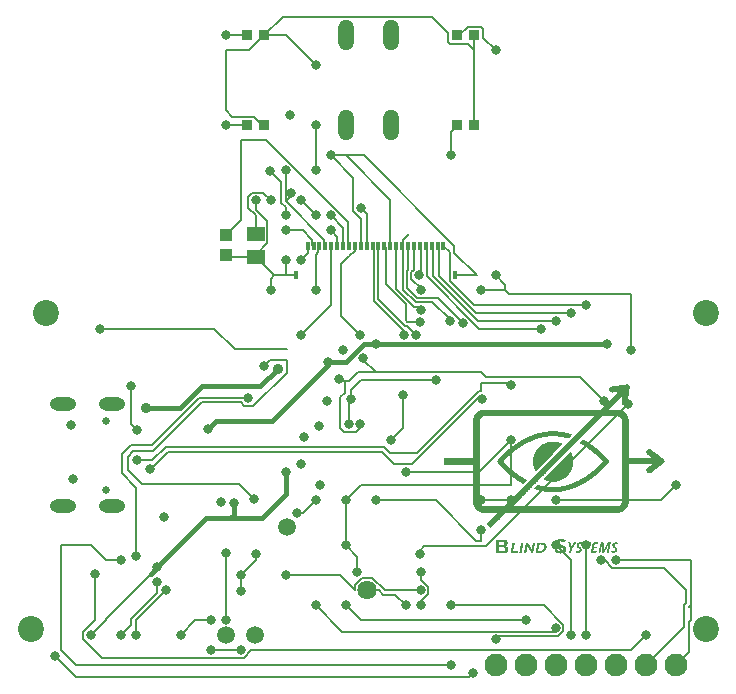
<source format=gbr>
G04*
G04 #@! TF.GenerationSoftware,Altium Limited,Altium Designer,26.1.1 (7)*
G04*
G04 Layer_Physical_Order=2*
G04 Layer_Color=16711680*
%FSLAX44Y44*%
%MOMM*%
G71*
G04*
G04 #@! TF.SameCoordinates,FB23F88C-E865-406B-BE6F-A8DC1CEE19A6*
G04*
G04*
G04 #@! TF.FilePolarity,Positive*
G04*
G01*
G75*
%ADD16R,1.5001X1.2400*%
%ADD19R,1.0000X1.1001*%
G04:AMPARAMS|DCode=26|XSize=1.5001mm|YSize=1.5001mm|CornerRadius=0.7501mm|HoleSize=0mm|Usage=FLASHONLY|Rotation=0.000|XOffset=0mm|YOffset=0mm|HoleType=Round|Shape=RoundedRectangle|*
%AMROUNDEDRECTD26*
21,1,1.5001,0.0000,0,0,0.0*
21,1,0.0000,1.5001,0,0,0.0*
1,1,1.5001,0.0000,0.0000*
1,1,1.5001,0.0000,0.0000*
1,1,1.5001,0.0000,0.0000*
1,1,1.5001,0.0000,0.0000*
%
%ADD26ROUNDEDRECTD26*%
%ADD74C,0.1524*%
%ADD76C,0.4064*%
%ADD77C,0.2032*%
%ADD78C,1.6251*%
%ADD79C,1.9304*%
%ADD80O,1.3208X2.6416*%
%ADD81C,0.6500*%
%ADD82C,2.1999*%
%ADD83C,1.5080*%
%ADD84O,2.2159X1.1080*%
%ADD85C,0.8001*%
%ADD86C,0.8890*%
%ADD87R,0.3000X0.8001*%
%ADD88R,0.4001X0.8001*%
%ADD89R,0.9500X0.9500*%
G36*
X531254Y250589D02*
X531887D01*
Y250378D01*
X532309D01*
Y249957D01*
X532519D01*
Y249746D01*
X532730D01*
Y249535D01*
X532941D01*
Y249114D01*
X533152D01*
Y246794D01*
X532941D01*
Y244897D01*
X532730D01*
Y243210D01*
X532519D01*
Y242577D01*
X532309D01*
Y240891D01*
X532098D01*
Y238993D01*
X531887D01*
Y237306D01*
X531676D01*
Y235831D01*
X531465D01*
Y234776D01*
X531254D01*
Y234144D01*
X531044D01*
Y233933D01*
X530833D01*
Y233722D01*
X530622D01*
Y233511D01*
X530411D01*
Y233300D01*
X529989D01*
Y233090D01*
X529779D01*
Y232879D01*
X528303D01*
Y233090D01*
X527670D01*
Y233300D01*
X527248D01*
Y233511D01*
X527038D01*
Y233722D01*
X526827D01*
Y234144D01*
X526616D01*
Y234776D01*
X526405D01*
Y236885D01*
X526616D01*
Y237939D01*
X526827D01*
Y239204D01*
X527038D01*
Y240680D01*
X526616D01*
Y240469D01*
X526405D01*
Y240258D01*
X526194D01*
Y239837D01*
X525983D01*
Y239626D01*
X525562D01*
Y239415D01*
X525351D01*
Y238993D01*
X524929D01*
Y238571D01*
X524718D01*
Y238361D01*
X524507D01*
Y238150D01*
X524297D01*
Y237939D01*
X524086D01*
Y237728D01*
X523875D01*
Y237517D01*
X523664D01*
Y237306D01*
X523453D01*
Y237096D01*
X523242D01*
Y236885D01*
X523032D01*
Y236674D01*
X522821D01*
Y236463D01*
X522610D01*
Y236252D01*
X522399D01*
Y236041D01*
X522188D01*
Y235831D01*
X521977D01*
Y235620D01*
X521767D01*
Y235409D01*
X521556D01*
Y235198D01*
X521345D01*
Y234987D01*
X521134D01*
Y234776D01*
X520923D01*
Y234566D01*
X520712D01*
Y234355D01*
X520502D01*
Y234144D01*
X520291D01*
Y233933D01*
X520080D01*
Y233722D01*
X519869D01*
Y233511D01*
X519658D01*
Y233300D01*
X519447D01*
Y233090D01*
X519236D01*
Y232879D01*
X519026D01*
Y232668D01*
X518815D01*
Y232457D01*
X518604D01*
Y232246D01*
X518393D01*
Y232036D01*
X518182D01*
Y231825D01*
X517971D01*
Y231614D01*
X517761D01*
Y231403D01*
X517550D01*
Y231192D01*
X517339D01*
Y230981D01*
X517128D01*
Y230770D01*
X516917D01*
Y230560D01*
X516707D01*
Y230349D01*
X516496D01*
Y230138D01*
X516285D01*
Y229927D01*
X516074D01*
Y229716D01*
X515863D01*
Y229294D01*
X524086D01*
Y229084D01*
X525351D01*
Y228873D01*
X525983D01*
Y228662D01*
X526405D01*
Y228451D01*
X527038D01*
Y228240D01*
X527248D01*
Y228029D01*
X527881D01*
Y227819D01*
X528092D01*
Y227608D01*
X528513D01*
Y227397D01*
X528724D01*
Y227186D01*
X528935D01*
Y226975D01*
X529146D01*
Y226764D01*
X529357D01*
Y226554D01*
X529568D01*
Y226343D01*
X529989D01*
Y225921D01*
X530200D01*
Y225710D01*
X530411D01*
Y225499D01*
X530622D01*
Y225078D01*
X530833D01*
Y224867D01*
X531044D01*
Y224445D01*
X531254D01*
Y224023D01*
X531465D01*
Y223602D01*
X531676D01*
Y223180D01*
X531887D01*
Y222548D01*
X532098D01*
Y221493D01*
X532309D01*
Y221072D01*
X532519D01*
Y220228D01*
X532309D01*
Y220018D01*
X532519D01*
Y203150D01*
X532309D01*
Y201464D01*
X532519D01*
Y195560D01*
X532309D01*
Y187970D01*
X532519D01*
Y183542D01*
X532309D01*
Y183331D01*
X532519D01*
Y183121D01*
X532309D01*
Y182910D01*
X532519D01*
Y182488D01*
X532309D01*
Y182066D01*
X532519D01*
Y156976D01*
X532309D01*
Y155922D01*
X532519D01*
Y150862D01*
X532309D01*
Y149597D01*
X532098D01*
Y148543D01*
X531887D01*
Y147910D01*
X531676D01*
Y147489D01*
X531465D01*
Y147067D01*
X531254D01*
Y146645D01*
X531044D01*
Y146224D01*
X530833D01*
Y145802D01*
X530622D01*
Y145591D01*
X530411D01*
Y145380D01*
X530200D01*
Y145169D01*
X529989D01*
Y144959D01*
X529779D01*
Y144748D01*
X529568D01*
Y144537D01*
X529357D01*
Y144326D01*
X529146D01*
Y144115D01*
X528935D01*
Y143904D01*
X528724D01*
Y143694D01*
X528513D01*
Y143483D01*
X528303D01*
Y143272D01*
X527881D01*
Y143061D01*
X527670D01*
Y142850D01*
X527038D01*
Y142639D01*
X526616D01*
Y142429D01*
X526194D01*
Y142218D01*
X525351D01*
Y142007D01*
X524297D01*
Y141796D01*
X523664D01*
Y141585D01*
X523453D01*
Y141796D01*
X523032D01*
Y141585D01*
X520080D01*
Y141796D01*
X428364D01*
Y141585D01*
X428154D01*
Y141374D01*
X427943D01*
Y141164D01*
X427732D01*
Y140953D01*
X427521D01*
Y140742D01*
X427310D01*
Y140531D01*
X427099D01*
Y140320D01*
X426889D01*
Y140109D01*
X426678D01*
Y139898D01*
X426467D01*
Y139688D01*
X426256D01*
Y139477D01*
X426045D01*
Y139266D01*
X425835D01*
Y139055D01*
X425624D01*
Y138844D01*
X425413D01*
Y138633D01*
X425202D01*
Y138423D01*
X424991D01*
Y138212D01*
X424780D01*
Y138001D01*
X424569D01*
Y137790D01*
X424359D01*
Y137579D01*
X424148D01*
Y137368D01*
X423937D01*
Y137157D01*
X423726D01*
Y136947D01*
X423515D01*
Y136736D01*
X423304D01*
Y136525D01*
X423094D01*
Y136103D01*
X422672D01*
Y135892D01*
X422461D01*
Y135682D01*
X422250D01*
Y135471D01*
X422039D01*
Y135260D01*
X421828D01*
Y135049D01*
X421618D01*
Y134838D01*
X421407D01*
Y134627D01*
X421196D01*
Y134417D01*
X420985D01*
Y134206D01*
X420774D01*
Y133995D01*
X420564D01*
Y133784D01*
X420353D01*
Y133573D01*
X420142D01*
Y133362D01*
X419931D01*
Y133152D01*
X419720D01*
Y132941D01*
X419509D01*
Y132730D01*
X419299D01*
Y132519D01*
X419088D01*
Y132308D01*
X418877D01*
Y132097D01*
X418666D01*
Y131887D01*
X418455D01*
Y131676D01*
X418244D01*
Y131465D01*
X418033D01*
Y131254D01*
X417823D01*
Y131043D01*
X417612D01*
Y130832D01*
X417401D01*
Y130622D01*
X417190D01*
Y130411D01*
X416979D01*
Y130200D01*
X416768D01*
Y129989D01*
X416558D01*
Y129778D01*
X416347D01*
Y129567D01*
X416136D01*
Y129356D01*
X415925D01*
Y129146D01*
X415714D01*
Y128935D01*
X415503D01*
Y128724D01*
X415293D01*
Y128935D01*
X415082D01*
Y129146D01*
X414871D01*
Y129356D01*
X414660D01*
Y129567D01*
X414449D01*
Y129778D01*
X414238D01*
Y129989D01*
X414027D01*
Y130200D01*
X413817D01*
Y130411D01*
X413606D01*
Y130622D01*
X413395D01*
Y130832D01*
X413184D01*
Y131043D01*
X412973D01*
Y131254D01*
X412762D01*
Y131465D01*
X412552D01*
Y131676D01*
X412341D01*
Y131887D01*
X412130D01*
Y132097D01*
X411919D01*
Y132308D01*
X412130D01*
Y132519D01*
X412341D01*
Y132730D01*
X412552D01*
Y132941D01*
X412762D01*
Y133152D01*
X412973D01*
Y133362D01*
X413184D01*
Y133573D01*
X413395D01*
Y133784D01*
X413606D01*
Y133995D01*
X413817D01*
Y134206D01*
X414027D01*
Y134417D01*
X414238D01*
Y134627D01*
X414449D01*
Y134838D01*
X414660D01*
Y135049D01*
X414871D01*
Y135260D01*
X415082D01*
Y135471D01*
X415293D01*
Y135682D01*
X415503D01*
Y135892D01*
X415714D01*
Y136103D01*
X415925D01*
Y136314D01*
X416136D01*
Y136525D01*
X416347D01*
Y136736D01*
X416558D01*
Y136947D01*
X416768D01*
Y137157D01*
X416979D01*
Y137368D01*
X417190D01*
Y137579D01*
X417401D01*
Y137790D01*
X417612D01*
Y138001D01*
X417823D01*
Y138212D01*
X418033D01*
Y138423D01*
X418244D01*
Y138633D01*
X418455D01*
Y138844D01*
X418666D01*
Y139055D01*
X418877D01*
Y139266D01*
X419088D01*
Y139477D01*
X419299D01*
Y139688D01*
X419509D01*
Y139898D01*
X419720D01*
Y140109D01*
X419931D01*
Y140320D01*
X420142D01*
Y140531D01*
X420353D01*
Y140742D01*
X420564D01*
Y140953D01*
X420774D01*
Y141164D01*
X420985D01*
Y141374D01*
X421196D01*
Y141796D01*
X410022D01*
Y141585D01*
X409600D01*
Y141796D01*
X408756D01*
Y142007D01*
X407491D01*
Y142218D01*
X406859D01*
Y142429D01*
X406226D01*
Y142639D01*
X405805D01*
Y142850D01*
X405383D01*
Y143061D01*
X404961D01*
Y143272D01*
X404751D01*
Y143483D01*
X404329D01*
Y143694D01*
X404118D01*
Y143904D01*
X403907D01*
Y144115D01*
X403696D01*
Y144326D01*
X403275D01*
Y144748D01*
X403064D01*
Y144959D01*
X402853D01*
Y145169D01*
X402642D01*
Y145380D01*
X402431D01*
Y145802D01*
X402220D01*
Y146013D01*
X402010D01*
Y146434D01*
X401799D01*
Y146645D01*
X401588D01*
Y147278D01*
X401377D01*
Y147489D01*
X401166D01*
Y148121D01*
X400955D01*
Y148543D01*
X400745D01*
Y149597D01*
X400534D01*
Y150651D01*
X400323D01*
Y150862D01*
X400534D01*
Y152549D01*
X400323D01*
Y155922D01*
X400534D01*
Y160982D01*
X400323D01*
Y162669D01*
X400534D01*
Y174476D01*
X400323D01*
Y176163D01*
X400534D01*
Y182066D01*
X400323D01*
Y182277D01*
X400534D01*
Y182488D01*
X375865D01*
Y188602D01*
X400534D01*
Y188813D01*
X400323D01*
Y189024D01*
X400534D01*
Y196404D01*
X400323D01*
Y204837D01*
X400534D01*
Y221704D01*
X400745D01*
Y222548D01*
X400955D01*
Y223180D01*
X401166D01*
Y223602D01*
X401377D01*
Y224023D01*
X401588D01*
Y224445D01*
X401799D01*
Y224867D01*
X402010D01*
Y225078D01*
X402220D01*
Y225499D01*
X402431D01*
Y225710D01*
X402642D01*
Y225921D01*
X402853D01*
Y226343D01*
X403064D01*
Y226554D01*
X403275D01*
Y226764D01*
X403485D01*
Y226975D01*
X403696D01*
Y227186D01*
X404118D01*
Y227397D01*
X404329D01*
Y227608D01*
X404751D01*
Y227819D01*
X404961D01*
Y228029D01*
X405172D01*
Y228240D01*
X405805D01*
Y228451D01*
X406437D01*
Y228662D01*
X406648D01*
Y228873D01*
X407491D01*
Y229084D01*
X408756D01*
Y229294D01*
X508694D01*
Y229505D01*
X508905D01*
Y229716D01*
X509116D01*
Y229927D01*
X509327D01*
Y230138D01*
X509538D01*
Y230560D01*
X509749D01*
Y230770D01*
X510170D01*
Y231192D01*
X510592D01*
Y231403D01*
X510803D01*
Y231614D01*
X511014D01*
Y231825D01*
X511225D01*
Y232246D01*
X511646D01*
Y232668D01*
X512068D01*
Y233090D01*
X512490D01*
Y233511D01*
X512911D01*
Y233722D01*
X513122D01*
Y233933D01*
X513333D01*
Y234144D01*
X513544D01*
Y234355D01*
X513755D01*
Y234776D01*
X514176D01*
Y235198D01*
X514598D01*
Y235409D01*
X514809D01*
Y235620D01*
X515020D01*
Y235831D01*
X515231D01*
Y236041D01*
X515441D01*
Y236252D01*
X515652D01*
Y236463D01*
X515863D01*
Y236885D01*
X516285D01*
Y237306D01*
X516707D01*
Y237517D01*
X516917D01*
Y237728D01*
X517128D01*
Y237939D01*
X517339D01*
Y238150D01*
X517550D01*
Y238361D01*
X517761D01*
Y238571D01*
X517971D01*
Y238782D01*
X518182D01*
Y238993D01*
X518393D01*
Y239204D01*
X518604D01*
Y239415D01*
X518815D01*
Y239626D01*
X519026D01*
Y239837D01*
X519236D01*
Y240047D01*
X519447D01*
Y240258D01*
X519658D01*
Y240469D01*
X519869D01*
Y240680D01*
X520080D01*
Y240891D01*
X520291D01*
Y241101D01*
X520502D01*
Y241312D01*
X520712D01*
Y241523D01*
X520923D01*
Y241734D01*
X521134D01*
Y241945D01*
X521345D01*
Y242156D01*
X521556D01*
Y242367D01*
X521767D01*
Y242577D01*
X521977D01*
Y242788D01*
X522188D01*
Y242999D01*
X522399D01*
Y243210D01*
X522610D01*
Y243421D01*
X522821D01*
Y243843D01*
X523032D01*
Y244053D01*
X523242D01*
Y244264D01*
X523453D01*
Y244475D01*
X522821D01*
Y244264D01*
X521134D01*
Y244053D01*
X519236D01*
Y243843D01*
X518815D01*
Y243632D01*
X517971D01*
Y243843D01*
X516917D01*
Y244053D01*
X516707D01*
Y244264D01*
X516285D01*
Y244475D01*
X516074D01*
Y244897D01*
X515863D01*
Y245318D01*
X515652D01*
Y245740D01*
X515441D01*
Y246794D01*
X515652D01*
Y247427D01*
X515863D01*
Y247638D01*
X516074D01*
Y248059D01*
X516285D01*
Y248270D01*
X516707D01*
Y248481D01*
X517128D01*
Y248692D01*
X517971D01*
Y248903D01*
X519026D01*
Y249114D01*
X520712D01*
Y249324D01*
X522399D01*
Y249535D01*
X524086D01*
Y249746D01*
X524718D01*
Y249957D01*
X526405D01*
Y250168D01*
X528092D01*
Y250378D01*
X529779D01*
Y250589D01*
X530200D01*
Y250800D01*
X531254D01*
Y250589D01*
D02*
G37*
G36*
X550230Y195560D02*
X550863D01*
Y195349D01*
X551073D01*
Y195138D01*
X551495D01*
Y194928D01*
X551706D01*
Y194717D01*
X552127D01*
Y194506D01*
X552338D01*
Y194295D01*
X552549D01*
Y194084D01*
X552971D01*
Y193873D01*
X553182D01*
Y193663D01*
X553393D01*
Y193452D01*
X553814D01*
Y193241D01*
X554025D01*
Y193030D01*
X554447D01*
Y192819D01*
X554658D01*
Y192608D01*
X554869D01*
Y192398D01*
X555079D01*
Y192187D01*
X555501D01*
Y191976D01*
X555712D01*
Y191765D01*
X556133D01*
Y191554D01*
X556344D01*
Y191343D01*
X556766D01*
Y191133D01*
X556977D01*
Y190922D01*
X557188D01*
Y190711D01*
X557399D01*
Y190500D01*
X557820D01*
Y190289D01*
X558031D01*
Y190078D01*
X558242D01*
Y189867D01*
X558664D01*
Y189657D01*
X558874D01*
Y189446D01*
X559085D01*
Y189235D01*
X559507D01*
Y189024D01*
X559718D01*
Y188813D01*
X559929D01*
Y188602D01*
X560140D01*
Y188392D01*
X560561D01*
Y188181D01*
X560772D01*
Y187970D01*
X560983D01*
Y187759D01*
X561404D01*
Y187548D01*
X561615D01*
Y187337D01*
X561826D01*
Y187127D01*
X562037D01*
Y186916D01*
X562248D01*
Y186494D01*
X562459D01*
Y185861D01*
X562669D01*
Y185229D01*
X562459D01*
Y184597D01*
X562248D01*
Y184175D01*
X562037D01*
Y183964D01*
X561826D01*
Y183753D01*
X561615D01*
Y183542D01*
X561404D01*
Y183331D01*
X561194D01*
Y183121D01*
X560772D01*
Y182910D01*
X560561D01*
Y182699D01*
X560140D01*
Y182488D01*
X559929D01*
Y182277D01*
X559718D01*
Y182066D01*
X559507D01*
Y181856D01*
X559085D01*
Y181645D01*
X558874D01*
Y181434D01*
X558664D01*
Y181223D01*
X558242D01*
Y181012D01*
X558031D01*
Y180801D01*
X557820D01*
Y180590D01*
X557399D01*
Y180380D01*
X557188D01*
Y180169D01*
X556977D01*
Y179958D01*
X556555D01*
Y179747D01*
X556344D01*
Y179536D01*
X555923D01*
Y179326D01*
X555712D01*
Y179115D01*
X555501D01*
Y178904D01*
X555290D01*
Y178693D01*
X554869D01*
Y178482D01*
X554658D01*
Y178271D01*
X554447D01*
Y178060D01*
X554025D01*
Y177850D01*
X553814D01*
Y177639D01*
X553603D01*
Y177428D01*
X553182D01*
Y177217D01*
X552971D01*
Y177006D01*
X552760D01*
Y176795D01*
X552549D01*
Y176585D01*
X552127D01*
Y176374D01*
X551917D01*
Y176163D01*
X551706D01*
Y175952D01*
X551284D01*
Y175741D01*
X551073D01*
Y175530D01*
X550652D01*
Y175319D01*
X549176D01*
Y175530D01*
X548543D01*
Y175741D01*
X548332D01*
Y175952D01*
X548122D01*
Y176163D01*
X547911D01*
Y176374D01*
X547700D01*
Y176585D01*
X547489D01*
Y177006D01*
X547278D01*
Y178693D01*
X547489D01*
Y179115D01*
X547700D01*
Y179326D01*
X547911D01*
Y179536D01*
X548122D01*
Y179747D01*
X548332D01*
Y179958D01*
X548543D01*
Y180169D01*
X548754D01*
Y180380D01*
X549176D01*
Y180590D01*
X549387D01*
Y180801D01*
X549598D01*
Y181012D01*
X549808D01*
Y181223D01*
X550230D01*
Y181434D01*
X550441D01*
Y181645D01*
X550652D01*
Y181856D01*
X551073D01*
Y182066D01*
X551284D01*
Y182277D01*
X551495D01*
Y182488D01*
X551917D01*
Y182699D01*
X552127D01*
Y182910D01*
X532730D01*
Y187970D01*
X551706D01*
Y188181D01*
X552127D01*
Y188392D01*
X551706D01*
Y188602D01*
X551495D01*
Y188813D01*
X551284D01*
Y189024D01*
X550863D01*
Y189235D01*
X550652D01*
Y189446D01*
X550441D01*
Y189657D01*
X550019D01*
Y189867D01*
X549808D01*
Y190078D01*
X549598D01*
Y190289D01*
X549176D01*
Y190500D01*
X548965D01*
Y190711D01*
X548543D01*
Y190922D01*
X548332D01*
Y191133D01*
X548122D01*
Y191343D01*
X547911D01*
Y191554D01*
X547700D01*
Y191976D01*
X547489D01*
Y192187D01*
X547278D01*
Y194295D01*
X547489D01*
Y194506D01*
X547700D01*
Y194717D01*
X547911D01*
Y194928D01*
X548122D01*
Y195138D01*
X548332D01*
Y195349D01*
X548754D01*
Y195560D01*
X549598D01*
Y195771D01*
X549808D01*
Y195560D01*
X550019D01*
Y195771D01*
X550230D01*
Y195560D01*
D02*
G37*
G36*
X506586Y116706D02*
X506797D01*
Y116284D01*
X506586D01*
Y115441D01*
X503424D01*
Y115019D01*
X503213D01*
Y113965D01*
X503002D01*
Y113333D01*
X505532D01*
Y113122D01*
X505743D01*
Y112489D01*
X505532D01*
Y112068D01*
X502791D01*
Y111857D01*
X502580D01*
Y111224D01*
X502369D01*
Y111013D01*
X502580D01*
Y110802D01*
X502369D01*
Y110381D01*
X502159D01*
Y109748D01*
X505110D01*
Y108694D01*
X504899D01*
Y108272D01*
X500261D01*
Y109327D01*
X500472D01*
Y110592D01*
X500683D01*
Y111224D01*
X500894D01*
Y112068D01*
X501104D01*
Y113122D01*
X501315D01*
Y114176D01*
X501526D01*
Y115230D01*
X501737D01*
Y116074D01*
X501948D01*
Y116917D01*
X502369D01*
Y116706D01*
X502791D01*
Y116917D01*
X503002D01*
Y116706D01*
X503213D01*
Y116917D01*
X506586D01*
Y116706D01*
D02*
G37*
G36*
X500472D02*
X500683D01*
Y116284D01*
X500472D01*
Y115441D01*
X498153D01*
Y114387D01*
X497942D01*
Y113754D01*
X497731D01*
Y112700D01*
X497520D01*
Y111646D01*
X497309D01*
Y110381D01*
X497098D01*
Y109327D01*
X496888D01*
Y108272D01*
X494990D01*
Y108694D01*
X495201D01*
Y109748D01*
X495412D01*
Y110802D01*
X495622D01*
Y111857D01*
X495833D01*
Y112068D01*
X496044D01*
Y113544D01*
X496255D01*
Y114809D01*
X496466D01*
Y115441D01*
X494568D01*
Y116706D01*
X494779D01*
Y116917D01*
X496044D01*
Y116706D01*
X496255D01*
Y116917D01*
X499418D01*
Y116706D01*
X499628D01*
Y116917D01*
X500050D01*
Y116706D01*
X500261D01*
Y116917D01*
X500472D01*
Y116706D01*
D02*
G37*
G36*
X476436Y119447D02*
X477490D01*
Y119236D01*
X478334D01*
Y119025D01*
X478755D01*
Y118814D01*
X478966D01*
Y118604D01*
X479177D01*
Y118393D01*
X478966D01*
Y117971D01*
X478755D01*
Y117339D01*
X478544D01*
Y117128D01*
X478334D01*
Y116706D01*
X478123D01*
Y116917D01*
X477701D01*
Y117128D01*
X477069D01*
Y117339D01*
X476225D01*
Y117549D01*
X475382D01*
Y117760D01*
X474538D01*
Y117549D01*
X473695D01*
Y117339D01*
X473274D01*
Y117128D01*
X473063D01*
Y116917D01*
X472852D01*
Y115652D01*
X473063D01*
Y115441D01*
X473274D01*
Y115230D01*
X473695D01*
Y115019D01*
X474538D01*
Y114809D01*
X474960D01*
Y114598D01*
X476014D01*
Y114387D01*
X476858D01*
Y114176D01*
X477279D01*
Y113965D01*
X477912D01*
Y113754D01*
X478334D01*
Y113544D01*
X478544D01*
Y113333D01*
X478755D01*
Y113122D01*
X478966D01*
Y112911D01*
X479177D01*
Y112489D01*
X479388D01*
Y111857D01*
X479599D01*
Y110381D01*
X479388D01*
Y109748D01*
X479177D01*
Y109327D01*
X478966D01*
Y108905D01*
X478755D01*
Y108694D01*
X478334D01*
Y108483D01*
X478123D01*
Y108272D01*
X477701D01*
Y108062D01*
X477279D01*
Y107851D01*
X476647D01*
Y107640D01*
X475171D01*
Y107429D01*
X473906D01*
Y107640D01*
X472219D01*
Y107851D01*
X471587D01*
Y108062D01*
X470954D01*
Y108272D01*
X470532D01*
Y108483D01*
X470111D01*
Y108694D01*
X469900D01*
Y109116D01*
X470111D01*
Y109748D01*
X470322D01*
Y110170D01*
X470532D01*
Y110592D01*
X471376D01*
Y110381D01*
X471798D01*
Y110170D01*
X472219D01*
Y109959D01*
X473063D01*
Y109748D01*
X474117D01*
Y109537D01*
X474960D01*
Y109748D01*
X475803D01*
Y109959D01*
X476225D01*
Y110170D01*
X476436D01*
Y110381D01*
X476647D01*
Y110592D01*
X476858D01*
Y111435D01*
X476647D01*
Y111857D01*
X476225D01*
Y112068D01*
X475593D01*
Y112278D01*
X474960D01*
Y112489D01*
X474117D01*
Y112700D01*
X473274D01*
Y112911D01*
X472430D01*
Y113122D01*
X472008D01*
Y113333D01*
X471587D01*
Y113544D01*
X471165D01*
Y113754D01*
X470954D01*
Y113965D01*
X470743D01*
Y114176D01*
X470532D01*
Y114387D01*
X470322D01*
Y115019D01*
X470111D01*
Y117128D01*
X470322D01*
Y117549D01*
X470532D01*
Y117971D01*
X470743D01*
Y118393D01*
X471165D01*
Y118604D01*
X471376D01*
Y118814D01*
X471587D01*
Y119025D01*
X472219D01*
Y119236D01*
X472641D01*
Y119447D01*
X473484D01*
Y119658D01*
X476436D01*
Y119447D01*
D02*
G37*
G36*
X522610Y116706D02*
X523032D01*
Y116495D01*
X523453D01*
Y115863D01*
X523242D01*
Y115441D01*
X523032D01*
Y115230D01*
X522399D01*
Y115441D01*
X520712D01*
Y115230D01*
X520291D01*
Y114809D01*
X520080D01*
Y114387D01*
X520291D01*
Y113754D01*
X520502D01*
Y113544D01*
X520712D01*
Y113333D01*
X521134D01*
Y113122D01*
X521345D01*
Y112911D01*
X521556D01*
Y112700D01*
X521977D01*
Y112278D01*
X522188D01*
Y112068D01*
X522399D01*
Y111646D01*
X522610D01*
Y109959D01*
X522399D01*
Y109537D01*
X522188D01*
Y109116D01*
X521977D01*
Y108905D01*
X521767D01*
Y108694D01*
X521345D01*
Y108483D01*
X520712D01*
Y108272D01*
X520080D01*
Y108062D01*
X518815D01*
Y108272D01*
X517971D01*
Y108483D01*
X517550D01*
Y108694D01*
X517339D01*
Y109959D01*
X517971D01*
Y109748D01*
X518393D01*
Y109537D01*
X520080D01*
Y109748D01*
X520502D01*
Y109959D01*
X520712D01*
Y110170D01*
X520923D01*
Y111013D01*
X520712D01*
Y111435D01*
X520502D01*
Y111646D01*
X520291D01*
Y111857D01*
X519869D01*
Y112068D01*
X519658D01*
Y112278D01*
X519447D01*
Y112489D01*
X519236D01*
Y112700D01*
X519026D01*
Y112911D01*
X518815D01*
Y113122D01*
X518604D01*
Y113754D01*
X518393D01*
Y115441D01*
X518604D01*
Y115652D01*
X518815D01*
Y116074D01*
X519026D01*
Y116284D01*
X519447D01*
Y116495D01*
X519869D01*
Y116706D01*
X520291D01*
Y116917D01*
X522610D01*
Y116706D01*
D02*
G37*
G36*
X492460D02*
X493092D01*
Y116495D01*
X493303D01*
Y115652D01*
X493092D01*
Y115230D01*
X492460D01*
Y115441D01*
X490562D01*
Y115230D01*
X490141D01*
Y114809D01*
X489930D01*
Y114387D01*
X490141D01*
Y113754D01*
X490351D01*
Y113544D01*
X490562D01*
Y113333D01*
X490984D01*
Y113122D01*
X491195D01*
Y112911D01*
X491406D01*
Y112700D01*
X491617D01*
Y112489D01*
X491827D01*
Y112278D01*
X492038D01*
Y112068D01*
X492249D01*
Y111646D01*
X492460D01*
Y109959D01*
X492249D01*
Y109537D01*
X492038D01*
Y109116D01*
X491827D01*
Y108905D01*
X491617D01*
Y108694D01*
X491195D01*
Y108483D01*
X490773D01*
Y108272D01*
X490141D01*
Y108062D01*
X488454D01*
Y108272D01*
X487821D01*
Y108483D01*
X487400D01*
Y109959D01*
X488032D01*
Y109748D01*
X488454D01*
Y109537D01*
X490141D01*
Y109748D01*
X490351D01*
Y109959D01*
X490562D01*
Y110170D01*
X490773D01*
Y111013D01*
X490562D01*
Y111435D01*
X490351D01*
Y111646D01*
X489930D01*
Y111857D01*
X489719D01*
Y112068D01*
X489508D01*
Y112278D01*
X489297D01*
Y112489D01*
X488876D01*
Y112911D01*
X488665D01*
Y113122D01*
X488454D01*
Y113754D01*
X488243D01*
Y115230D01*
X488454D01*
Y115652D01*
X488665D01*
Y115863D01*
X488876D01*
Y116074D01*
X489086D01*
Y116284D01*
X489297D01*
Y116495D01*
X489719D01*
Y116706D01*
X490141D01*
Y116917D01*
X492460D01*
Y116706D01*
D02*
G37*
G36*
X487821Y116284D02*
X487611D01*
Y116074D01*
X487400D01*
Y115652D01*
X487189D01*
Y115441D01*
X486978D01*
Y115230D01*
X486767D01*
Y114809D01*
X486556D01*
Y114598D01*
X486345D01*
Y114387D01*
X486135D01*
Y113965D01*
X485924D01*
Y113754D01*
X485713D01*
Y113333D01*
X485502D01*
Y113122D01*
X485291D01*
Y112911D01*
X485080D01*
Y112489D01*
X484870D01*
Y112278D01*
X484659D01*
Y112068D01*
X484448D01*
Y111857D01*
X484237D01*
Y110592D01*
X484026D01*
Y109748D01*
X483815D01*
Y108272D01*
X481918D01*
Y108905D01*
X482129D01*
Y109959D01*
X482340D01*
Y111013D01*
X482550D01*
Y112278D01*
X482340D01*
Y113122D01*
X482129D01*
Y113754D01*
X481918D01*
Y114598D01*
X481707D01*
Y115230D01*
X481496D01*
Y116284D01*
X481285D01*
Y116917D01*
X482972D01*
Y116495D01*
X483183D01*
Y115441D01*
X483394D01*
Y114598D01*
X483605D01*
Y113754D01*
X483815D01*
Y113544D01*
X484026D01*
Y113754D01*
X484237D01*
Y114176D01*
X484448D01*
Y114598D01*
X484659D01*
Y114809D01*
X484870D01*
Y115230D01*
X485080D01*
Y115441D01*
X485291D01*
Y115863D01*
X485502D01*
Y116074D01*
X485713D01*
Y116495D01*
X485924D01*
Y116706D01*
X486135D01*
Y116917D01*
X487821D01*
Y116284D01*
D02*
G37*
G36*
X453033Y115863D02*
X452822D01*
Y115019D01*
X452611D01*
Y113544D01*
X452400D01*
Y112911D01*
X452189D01*
Y111857D01*
X451979D01*
Y111646D01*
Y111435D01*
Y110802D01*
X451768D01*
Y109748D01*
X451557D01*
Y108694D01*
X451346D01*
Y108272D01*
X449659D01*
Y108694D01*
X449449D01*
Y109116D01*
X449238D01*
Y109327D01*
X449027D01*
Y109748D01*
X448816D01*
Y110170D01*
X448605D01*
Y110592D01*
X448394D01*
Y110802D01*
X448184D01*
Y111224D01*
X447973D01*
Y111646D01*
X447762D01*
Y111857D01*
X447551D01*
Y112278D01*
X447340D01*
Y112700D01*
X447129D01*
Y113122D01*
X446918D01*
Y113333D01*
X446497D01*
Y112700D01*
X446286D01*
Y111646D01*
X446075D01*
Y110170D01*
X445864D01*
Y108905D01*
X445653D01*
Y108272D01*
X443756D01*
Y108905D01*
X443967D01*
Y110170D01*
X444178D01*
Y111435D01*
X444388D01*
Y112068D01*
X444599D01*
Y113122D01*
X444810D01*
Y114387D01*
X445021D01*
Y115441D01*
X445232D01*
Y116495D01*
X447129D01*
Y116074D01*
X447340D01*
Y115863D01*
X447551D01*
Y115441D01*
X447762D01*
Y115019D01*
X447973D01*
Y114598D01*
X448184D01*
Y114387D01*
X448394D01*
Y113965D01*
X448605D01*
Y113544D01*
X448816D01*
Y113122D01*
X449027D01*
Y112911D01*
X449238D01*
Y112489D01*
X449449D01*
Y112068D01*
X449659D01*
Y111646D01*
X449870D01*
Y111435D01*
X450081D01*
Y111857D01*
X450292D01*
Y112911D01*
X450503D01*
Y113544D01*
X450714D01*
Y113754D01*
X450503D01*
Y113965D01*
X450714D01*
Y114809D01*
X450924D01*
Y116074D01*
X451135D01*
Y116495D01*
X453033D01*
Y115863D01*
D02*
G37*
G36*
X516917Y115652D02*
X516707D01*
Y114598D01*
X516496D01*
Y113544D01*
X516285D01*
Y112278D01*
X516074D01*
Y111435D01*
X515863D01*
Y110381D01*
X515652D01*
Y109748D01*
Y109537D01*
Y109327D01*
X515441D01*
Y108272D01*
X513755D01*
Y108905D01*
X513965D01*
Y109959D01*
X514176D01*
Y111013D01*
X514387D01*
Y111857D01*
X514598D01*
Y112911D01*
X514809D01*
Y113754D01*
X515020D01*
Y114387D01*
X514809D01*
Y114176D01*
X514598D01*
Y113754D01*
X514387D01*
Y113544D01*
X514176D01*
Y112911D01*
X513965D01*
Y112489D01*
X513755D01*
Y112068D01*
X513544D01*
Y111646D01*
X513333D01*
Y111224D01*
X513122D01*
Y110802D01*
X512911D01*
Y110592D01*
X512701D01*
Y110170D01*
X512490D01*
Y109748D01*
X512279D01*
Y109327D01*
X512068D01*
Y108905D01*
X511857D01*
Y108483D01*
X511646D01*
Y108272D01*
X509960D01*
Y112700D01*
X509749D01*
Y114809D01*
X509538D01*
Y113754D01*
X509327D01*
Y112700D01*
X509116D01*
Y111857D01*
X508905D01*
Y110592D01*
X508694D01*
Y109748D01*
X508484D01*
Y108483D01*
X508273D01*
Y108272D01*
X508062D01*
Y108062D01*
X506797D01*
Y108905D01*
X507008D01*
Y110170D01*
X507219D01*
Y111224D01*
X507430D01*
Y112068D01*
X507640D01*
Y113122D01*
X507851D01*
Y113754D01*
X508062D01*
Y115019D01*
X508273D01*
Y115441D01*
X508484D01*
Y116495D01*
X508694D01*
Y116917D01*
X510803D01*
Y116495D01*
X511014D01*
Y113333D01*
X511225D01*
Y111013D01*
X511436D01*
Y110802D01*
X511646D01*
Y111224D01*
X511857D01*
Y111646D01*
X512068D01*
Y111857D01*
X512279D01*
Y112278D01*
X512490D01*
Y112700D01*
X512701D01*
Y113122D01*
X512911D01*
Y113544D01*
X513122D01*
Y113965D01*
X513333D01*
Y114387D01*
X513544D01*
Y114809D01*
X513755D01*
Y115230D01*
X513965D01*
Y115652D01*
X514176D01*
Y116074D01*
X514387D01*
Y116495D01*
X514598D01*
Y116917D01*
X516917D01*
Y115652D01*
D02*
G37*
G36*
X459991Y116284D02*
X460834D01*
Y116074D01*
X461256D01*
Y115863D01*
X461677D01*
Y115652D01*
X461888D01*
Y115441D01*
X462099D01*
Y115230D01*
X462310D01*
Y114809D01*
X462521D01*
Y114176D01*
X462732D01*
Y112068D01*
X462521D01*
Y111224D01*
X462310D01*
Y111013D01*
X462099D01*
Y110381D01*
X461888D01*
Y110170D01*
X461677D01*
Y109959D01*
X461466D01*
Y109748D01*
X461256D01*
Y109537D01*
X461045D01*
Y109327D01*
X460834D01*
Y109116D01*
X460412D01*
Y108905D01*
X459991D01*
Y108694D01*
X459569D01*
Y108483D01*
X459147D01*
Y108694D01*
X458936D01*
Y108483D01*
X458726D01*
Y108272D01*
X453455D01*
Y108694D01*
X453665D01*
Y110170D01*
X453876D01*
Y111013D01*
X454087D01*
Y111857D01*
X454298D01*
Y113122D01*
X454509D01*
Y114176D01*
X454720D01*
Y115441D01*
X454930D01*
Y116495D01*
X459991D01*
Y116284D01*
D02*
G37*
G36*
X443334Y116074D02*
X443123D01*
Y115652D01*
X442912D01*
Y114176D01*
X442702D01*
Y113333D01*
X442491D01*
Y113122D01*
X442702D01*
Y112911D01*
X442491D01*
Y112068D01*
X442280D01*
Y111224D01*
X442069D01*
Y109748D01*
X441858D01*
Y109537D01*
Y109327D01*
X441647D01*
Y108272D01*
X439750D01*
Y108905D01*
X439961D01*
Y109748D01*
X440172D01*
Y111013D01*
X440382D01*
Y112489D01*
X440593D01*
Y113754D01*
X440804D01*
Y114598D01*
X441015D01*
Y115230D01*
X441226D01*
Y116495D01*
X443334D01*
Y116074D01*
D02*
G37*
G36*
X435955Y115863D02*
X435744D01*
Y115652D01*
X435955D01*
Y115441D01*
X435744D01*
Y114809D01*
X435533D01*
Y113754D01*
X435322D01*
Y112489D01*
X435111D01*
Y111224D01*
X434901D01*
Y111013D01*
X434690D01*
Y109748D01*
X437431D01*
Y109959D01*
X438696D01*
Y108694D01*
X438485D01*
Y108483D01*
X438696D01*
Y108272D01*
X432581D01*
Y109748D01*
X432792D01*
Y111013D01*
X433003D01*
Y111646D01*
Y111857D01*
Y112068D01*
X433214D01*
Y112700D01*
X433425D01*
Y113754D01*
X433636D01*
Y115019D01*
X433846D01*
Y116074D01*
X434057D01*
Y116495D01*
X435955D01*
Y115863D01*
D02*
G37*
G36*
X427310Y119025D02*
X428154D01*
Y118814D01*
X428575D01*
Y118604D01*
X428997D01*
Y118393D01*
X429208D01*
Y118182D01*
X429419D01*
Y117760D01*
X429630D01*
Y117339D01*
X429840D01*
Y115441D01*
X429630D01*
Y115019D01*
X429419D01*
Y114598D01*
X429208D01*
Y114387D01*
X428997D01*
Y114176D01*
X428786D01*
Y113965D01*
X428575D01*
Y113544D01*
X428786D01*
Y113333D01*
X429419D01*
Y113122D01*
X429630D01*
Y112911D01*
X429840D01*
Y112489D01*
X430051D01*
Y112278D01*
X430262D01*
Y111224D01*
X430473D01*
Y110592D01*
X430262D01*
Y109748D01*
X430051D01*
Y109327D01*
X429840D01*
Y108905D01*
X429630D01*
Y108694D01*
X429419D01*
Y108483D01*
X428997D01*
Y108272D01*
X428575D01*
Y108062D01*
X428154D01*
Y107851D01*
X427099D01*
Y107640D01*
X419931D01*
Y119236D01*
X427310D01*
Y119025D01*
D02*
G37*
%LPC*%
G36*
X502580Y223602D02*
X409600D01*
Y223391D01*
X409389D01*
Y223602D01*
X409178D01*
Y223391D01*
X408546D01*
Y223180D01*
X408335D01*
Y222969D01*
X408124D01*
Y222759D01*
X407702D01*
Y222548D01*
X407491D01*
Y222337D01*
X407281D01*
Y222126D01*
X407070D01*
Y221915D01*
X406859D01*
Y221704D01*
X406648D01*
Y221072D01*
X406437D01*
Y220228D01*
X406226D01*
Y166675D01*
Y166464D01*
Y150862D01*
X406437D01*
Y150019D01*
X406648D01*
Y149597D01*
X406859D01*
Y149175D01*
X407070D01*
Y148965D01*
X407281D01*
Y148754D01*
X407491D01*
Y148543D01*
X407702D01*
Y148332D01*
X407913D01*
Y148121D01*
X408335D01*
Y147910D01*
X408756D01*
Y147699D01*
X409178D01*
Y147489D01*
X427310D01*
Y147699D01*
X427521D01*
Y147910D01*
X427732D01*
Y148121D01*
X427943D01*
Y148332D01*
X428154D01*
Y148543D01*
X428364D01*
Y148965D01*
X428786D01*
Y149386D01*
X428997D01*
Y149597D01*
X429208D01*
Y149808D01*
X429419D01*
Y150019D01*
X429630D01*
Y150230D01*
X429840D01*
Y150440D01*
X430051D01*
Y150651D01*
X430262D01*
Y150862D01*
X430473D01*
Y151073D01*
X430684D01*
Y151284D01*
X430895D01*
Y151495D01*
X431105D01*
Y151706D01*
X431316D01*
Y151916D01*
X431527D01*
Y152127D01*
X431738D01*
Y152338D01*
X431949D01*
Y152549D01*
X432160D01*
Y152760D01*
X432370D01*
Y152971D01*
X432581D01*
Y153181D01*
X432792D01*
Y153392D01*
X433003D01*
Y153603D01*
X433214D01*
Y153814D01*
X433425D01*
Y154025D01*
X433636D01*
Y154236D01*
X433846D01*
Y154446D01*
X434057D01*
Y154657D01*
X434268D01*
Y154868D01*
X434479D01*
Y155079D01*
X434690D01*
Y155290D01*
X434901D01*
Y155501D01*
X435111D01*
Y155711D01*
X435322D01*
Y155922D01*
X435533D01*
Y156133D01*
X435744D01*
Y156555D01*
X436166D01*
Y156976D01*
X436376D01*
Y157187D01*
X436587D01*
Y157398D01*
X436798D01*
Y157609D01*
X437220D01*
Y157820D01*
X437431D01*
Y158031D01*
X437641D01*
Y158452D01*
X438063D01*
Y158874D01*
X438274D01*
Y159085D01*
X438485D01*
Y159296D01*
X438696D01*
Y159507D01*
X439117D01*
Y159928D01*
X439539D01*
Y160350D01*
X439750D01*
Y160561D01*
X439961D01*
Y160772D01*
X440172D01*
Y160982D01*
X440382D01*
Y161193D01*
X440593D01*
Y161404D01*
X440804D01*
Y161615D01*
X441015D01*
Y161826D01*
X441226D01*
Y162037D01*
X441437D01*
Y162248D01*
X441647D01*
Y162458D01*
X441858D01*
Y162669D01*
X442069D01*
Y162880D01*
X442280D01*
Y163091D01*
X442491D01*
Y163302D01*
X442702D01*
Y163512D01*
X442912D01*
Y163723D01*
X443123D01*
Y163934D01*
X443334D01*
Y164145D01*
X443756D01*
Y164356D01*
X443967D01*
Y164567D01*
X444178D01*
Y164778D01*
X444388D01*
Y164988D01*
X444599D01*
Y165199D01*
X444810D01*
Y165410D01*
X445021D01*
Y165621D01*
X445232D01*
Y165832D01*
X445443D01*
Y166043D01*
X445653D01*
Y166253D01*
X445864D01*
Y166464D01*
X446075D01*
Y166675D01*
X446286D01*
Y166886D01*
X446497D01*
Y167097D01*
X446708D01*
Y167308D01*
X446918D01*
Y167519D01*
X447129D01*
Y167729D01*
X447340D01*
Y167940D01*
X447551D01*
Y168362D01*
X447973D01*
Y168573D01*
X448184D01*
Y168783D01*
X448394D01*
Y169205D01*
X448816D01*
Y169627D01*
X449027D01*
Y169838D01*
X449238D01*
Y170049D01*
X449449D01*
Y170259D01*
X449659D01*
Y170470D01*
X449870D01*
Y170681D01*
X450081D01*
Y170892D01*
X450292D01*
Y171103D01*
X450503D01*
Y171314D01*
X450714D01*
Y171524D01*
X450924D01*
Y171735D01*
X451135D01*
Y171946D01*
X451346D01*
Y172157D01*
X451557D01*
Y172368D01*
X451768D01*
Y172579D01*
X451979D01*
Y172789D01*
X452189D01*
Y173000D01*
X452400D01*
Y173211D01*
X452611D01*
Y173422D01*
X452822D01*
Y173633D01*
X453033D01*
Y173844D01*
X453244D01*
Y174055D01*
X453455D01*
Y174265D01*
X453665D01*
Y174476D01*
X453876D01*
Y174687D01*
X454087D01*
Y174898D01*
X454298D01*
Y175109D01*
X454509D01*
Y175319D01*
X454720D01*
Y175530D01*
X454930D01*
Y175741D01*
X455141D01*
Y175952D01*
X455352D01*
Y176163D01*
X455563D01*
Y176374D01*
X455774D01*
Y176585D01*
X455985D01*
Y176795D01*
X456195D01*
Y177006D01*
X456406D01*
Y177217D01*
X456617D01*
Y177428D01*
X456828D01*
Y177639D01*
X457039D01*
Y177850D01*
X457250D01*
Y178060D01*
X457461D01*
Y178271D01*
X457671D01*
Y178482D01*
X457882D01*
Y178693D01*
X458093D01*
Y178904D01*
X458304D01*
Y179115D01*
X458515D01*
Y179326D01*
X458726D01*
Y179536D01*
X458936D01*
Y179747D01*
X459147D01*
Y179958D01*
X459358D01*
Y180169D01*
X459569D01*
Y180380D01*
X459780D01*
Y180590D01*
X459991D01*
Y180801D01*
X460201D01*
Y181012D01*
X460412D01*
Y181223D01*
X460623D01*
Y181434D01*
X460834D01*
Y181645D01*
X461045D01*
Y181856D01*
X461256D01*
Y182066D01*
X461466D01*
Y182277D01*
X461677D01*
Y182488D01*
X461888D01*
Y182699D01*
X462099D01*
Y182910D01*
X462310D01*
Y183121D01*
X462521D01*
Y183331D01*
X462732D01*
Y183542D01*
X462942D01*
Y183753D01*
X463153D01*
Y183964D01*
X463364D01*
Y184175D01*
X463575D01*
Y184386D01*
X463786D01*
Y184597D01*
X463997D01*
Y184807D01*
X464207D01*
Y185018D01*
X464418D01*
Y185229D01*
X464629D01*
Y185440D01*
X464840D01*
Y185651D01*
X465261D01*
Y186072D01*
X465472D01*
Y186283D01*
X465683D01*
Y186494D01*
X465894D01*
Y186705D01*
X466105D01*
Y186916D01*
X466316D01*
Y187127D01*
X466527D01*
Y187337D01*
X466737D01*
Y187548D01*
X466948D01*
Y187759D01*
X467159D01*
Y187970D01*
X467370D01*
Y188181D01*
X467792D01*
Y188602D01*
X468002D01*
Y188813D01*
X468213D01*
Y189024D01*
X468424D01*
Y189235D01*
X468635D01*
Y189446D01*
X468846D01*
Y189657D01*
X469057D01*
Y189867D01*
X469268D01*
Y190078D01*
X469478D01*
Y190289D01*
X469689D01*
Y190500D01*
X469900D01*
Y190711D01*
X470111D01*
Y190922D01*
X470322D01*
Y191133D01*
X470532D01*
Y191343D01*
X470743D01*
Y191554D01*
X470954D01*
Y191765D01*
X471165D01*
Y191976D01*
X471587D01*
Y192398D01*
X472008D01*
Y192819D01*
X472430D01*
Y193030D01*
X472641D01*
Y193241D01*
X472852D01*
Y193663D01*
X473274D01*
Y194084D01*
X473695D01*
Y194506D01*
X474117D01*
Y194928D01*
X474328D01*
Y195138D01*
X474538D01*
Y195349D01*
X474960D01*
Y195771D01*
X475171D01*
Y195982D01*
X475382D01*
Y196193D01*
X475593D01*
Y196404D01*
X475803D01*
Y196614D01*
X476014D01*
Y196825D01*
X476225D01*
Y197036D01*
X476436D01*
Y197247D01*
X476647D01*
Y197458D01*
X476858D01*
Y197668D01*
X477069D01*
Y197879D01*
X477279D01*
Y198090D01*
X477490D01*
Y198301D01*
X477701D01*
Y198512D01*
X477912D01*
Y198723D01*
X478123D01*
Y198934D01*
X478334D01*
Y199144D01*
X478544D01*
Y199355D01*
X478755D01*
Y199566D01*
X478966D01*
Y199777D01*
X479177D01*
Y199988D01*
X479388D01*
Y200199D01*
X479599D01*
Y200410D01*
X479809D01*
Y200620D01*
X480020D01*
Y200831D01*
X480231D01*
Y201042D01*
X480442D01*
Y201253D01*
X480653D01*
Y201464D01*
X480864D01*
Y201674D01*
X481074D01*
Y201885D01*
X481285D01*
Y202096D01*
X481496D01*
Y202307D01*
X481707D01*
Y202518D01*
X482129D01*
Y202939D01*
X482340D01*
Y203150D01*
X482550D01*
Y203361D01*
X482761D01*
Y203572D01*
X482972D01*
Y203783D01*
X483183D01*
Y203994D01*
X483394D01*
Y204205D01*
X483605D01*
Y204415D01*
X483815D01*
Y204626D01*
X484026D01*
Y204837D01*
X484237D01*
Y205048D01*
X484448D01*
Y205259D01*
X484659D01*
Y205470D01*
X484870D01*
Y205681D01*
X485080D01*
Y205891D01*
X485291D01*
Y206102D01*
X485502D01*
Y206313D01*
X485713D01*
Y206524D01*
X485924D01*
Y206735D01*
X486135D01*
Y206945D01*
X486345D01*
Y207156D01*
X486556D01*
Y207367D01*
X486767D01*
Y207578D01*
X486978D01*
Y207789D01*
X487189D01*
Y208000D01*
X487400D01*
Y208211D01*
X487611D01*
Y208421D01*
X487821D01*
Y208632D01*
X488032D01*
Y208843D01*
X488243D01*
Y209054D01*
X488454D01*
Y209265D01*
X488665D01*
Y209476D01*
X488876D01*
Y209686D01*
X489086D01*
Y209897D01*
X489297D01*
Y210108D01*
X489508D01*
Y210319D01*
X489719D01*
Y210530D01*
X489930D01*
Y210741D01*
X490141D01*
Y210951D01*
X490351D01*
Y211162D01*
X490562D01*
Y211373D01*
X490773D01*
Y211584D01*
X490984D01*
Y211795D01*
X491195D01*
Y212006D01*
X491406D01*
Y212216D01*
X491617D01*
Y212427D01*
X491827D01*
Y212638D01*
X492038D01*
Y212849D01*
X492249D01*
Y213060D01*
X492460D01*
Y213271D01*
X492671D01*
Y213482D01*
X492882D01*
Y213692D01*
X493092D01*
Y213903D01*
X493303D01*
Y214114D01*
X493514D01*
Y214325D01*
X493725D01*
Y214536D01*
X493936D01*
Y214747D01*
X494147D01*
Y214957D01*
X494357D01*
Y215168D01*
X494568D01*
Y215379D01*
X494779D01*
Y215590D01*
X494990D01*
Y215801D01*
X495201D01*
Y216012D01*
X495412D01*
Y216222D01*
X495622D01*
Y216433D01*
X495833D01*
Y216644D01*
X496044D01*
Y216855D01*
X496255D01*
Y217066D01*
X496466D01*
Y217277D01*
X496677D01*
Y217488D01*
X496888D01*
Y217698D01*
X497098D01*
Y217909D01*
X497309D01*
Y218120D01*
X497520D01*
Y218331D01*
X497731D01*
Y218542D01*
X497942D01*
Y218752D01*
X498153D01*
Y218963D01*
X498363D01*
Y219174D01*
X498574D01*
Y219385D01*
X498785D01*
Y219596D01*
X498996D01*
Y220018D01*
X499418D01*
Y220228D01*
X499628D01*
Y220439D01*
X499839D01*
Y220650D01*
X500050D01*
Y220861D01*
X500261D01*
Y221072D01*
X500472D01*
Y221283D01*
X500683D01*
Y221493D01*
X500894D01*
Y221704D01*
X501104D01*
Y222126D01*
X501526D01*
Y222548D01*
X501948D01*
Y222759D01*
X502159D01*
Y222969D01*
X502369D01*
Y223180D01*
X502580D01*
Y223602D01*
D02*
G37*
G36*
X400323Y188392D02*
X400112D01*
Y188181D01*
X400323D01*
Y188392D01*
D02*
G37*
G36*
X523242Y223602D02*
X509960D01*
Y223391D01*
X509538D01*
Y223180D01*
X509327D01*
Y222969D01*
X509116D01*
Y222759D01*
X508905D01*
Y222548D01*
X508694D01*
Y222337D01*
X508484D01*
Y221915D01*
X508273D01*
Y221704D01*
X507851D01*
Y221283D01*
X507640D01*
Y221072D01*
X507430D01*
Y220861D01*
X507008D01*
Y220439D01*
X506797D01*
Y220228D01*
X506586D01*
Y220018D01*
X506165D01*
Y219596D01*
X505954D01*
Y219385D01*
X505743D01*
Y219174D01*
X505532D01*
Y218963D01*
X505321D01*
Y218752D01*
X505110D01*
Y218542D01*
X504899D01*
Y218331D01*
X504478D01*
Y217909D01*
X504267D01*
Y217698D01*
X504056D01*
Y217488D01*
X503845D01*
Y217277D01*
X503634D01*
Y217066D01*
X503424D01*
Y216855D01*
X503213D01*
Y216644D01*
X503002D01*
Y216433D01*
X502791D01*
Y216222D01*
X502580D01*
Y216012D01*
X502369D01*
Y215801D01*
X502159D01*
Y215590D01*
X501948D01*
Y215379D01*
X501737D01*
Y215168D01*
X501526D01*
Y214957D01*
X501315D01*
Y214747D01*
X501104D01*
Y214536D01*
X500894D01*
Y214325D01*
X500683D01*
Y214114D01*
X500472D01*
Y213903D01*
X500261D01*
Y213692D01*
X500050D01*
Y213482D01*
X499839D01*
Y213271D01*
X499628D01*
Y213060D01*
X499418D01*
Y212849D01*
X499207D01*
Y212638D01*
X498996D01*
Y212427D01*
X498785D01*
Y212216D01*
X498574D01*
Y212006D01*
X498363D01*
Y211795D01*
X498153D01*
Y211584D01*
X497942D01*
Y211373D01*
X497731D01*
Y211162D01*
X497520D01*
Y210951D01*
X497309D01*
Y210741D01*
X497098D01*
Y210530D01*
X496888D01*
Y210319D01*
X496677D01*
Y210108D01*
X496466D01*
Y209897D01*
X496255D01*
Y209686D01*
X496044D01*
Y209476D01*
X495833D01*
Y209265D01*
X495622D01*
Y209054D01*
X495412D01*
Y208843D01*
X495201D01*
Y208632D01*
X494990D01*
Y208421D01*
X494779D01*
Y208211D01*
X494568D01*
Y208000D01*
X494357D01*
Y207789D01*
X494147D01*
Y207578D01*
X493936D01*
Y207367D01*
X493725D01*
Y207156D01*
X493514D01*
Y206945D01*
X493303D01*
Y206735D01*
X493092D01*
Y206524D01*
X492671D01*
Y206102D01*
X492460D01*
Y205891D01*
X492249D01*
Y205681D01*
X492038D01*
Y205470D01*
X491827D01*
Y205259D01*
X491617D01*
Y205048D01*
X491406D01*
Y204837D01*
X490984D01*
Y204415D01*
X490773D01*
Y204205D01*
X490562D01*
Y203994D01*
X490351D01*
Y203783D01*
X490141D01*
Y203572D01*
X489930D01*
Y203361D01*
X489719D01*
Y203150D01*
X489508D01*
Y202939D01*
X489297D01*
Y202729D01*
X489086D01*
Y202518D01*
X488876D01*
Y202307D01*
X488665D01*
Y202096D01*
X488454D01*
Y201885D01*
X488243D01*
Y201674D01*
X488032D01*
Y201464D01*
X487821D01*
Y201253D01*
X487611D01*
Y201042D01*
X487400D01*
Y200831D01*
X487189D01*
Y200620D01*
X486978D01*
Y200410D01*
X486767D01*
Y200199D01*
X486556D01*
Y199988D01*
X486345D01*
Y199777D01*
X486135D01*
Y199566D01*
X485924D01*
Y199355D01*
X485713D01*
Y199144D01*
X485502D01*
Y198934D01*
X485291D01*
Y198512D01*
X484870D01*
Y198301D01*
X484659D01*
Y198090D01*
X484448D01*
Y197879D01*
X484237D01*
Y197668D01*
X484026D01*
Y197458D01*
X483815D01*
Y197247D01*
X483605D01*
Y197036D01*
X483394D01*
Y196825D01*
X483183D01*
Y196614D01*
X482972D01*
Y196404D01*
X482761D01*
Y196193D01*
X482550D01*
Y195982D01*
X482340D01*
Y195771D01*
X482129D01*
Y195560D01*
X481918D01*
Y195349D01*
X481707D01*
Y195138D01*
X481496D01*
Y194928D01*
X481285D01*
Y194717D01*
X481074D01*
Y194506D01*
X480864D01*
Y194295D01*
X480653D01*
Y194084D01*
X480442D01*
Y193873D01*
X480231D01*
Y193663D01*
X480020D01*
Y193452D01*
X479809D01*
Y193241D01*
X479599D01*
Y193030D01*
X479388D01*
Y192819D01*
X479177D01*
Y192608D01*
X478966D01*
Y192398D01*
X478755D01*
Y192187D01*
X478544D01*
Y191976D01*
X478334D01*
Y191765D01*
X478123D01*
Y191554D01*
X477912D01*
Y191343D01*
X477701D01*
Y191133D01*
X477490D01*
Y190922D01*
X477279D01*
Y190711D01*
X477069D01*
Y190500D01*
X476858D01*
Y190289D01*
X476647D01*
Y190078D01*
X476436D01*
Y189867D01*
X476225D01*
Y189657D01*
X476014D01*
Y189446D01*
X475803D01*
Y189235D01*
X475593D01*
Y189024D01*
X475382D01*
Y188813D01*
X475171D01*
Y188602D01*
X474960D01*
Y188392D01*
X474749D01*
Y188181D01*
X474538D01*
Y187970D01*
X474328D01*
Y187759D01*
X474117D01*
Y187548D01*
X473906D01*
Y187337D01*
X473695D01*
Y187127D01*
X473484D01*
Y186916D01*
X473274D01*
Y186705D01*
X473063D01*
Y186494D01*
X472852D01*
Y186283D01*
X472641D01*
Y186072D01*
X472430D01*
Y185861D01*
X472219D01*
Y185651D01*
X472008D01*
Y185440D01*
X471798D01*
Y185229D01*
X471587D01*
Y185018D01*
X471376D01*
Y184807D01*
X471165D01*
Y184597D01*
X470954D01*
Y184386D01*
X470743D01*
Y184175D01*
X470532D01*
Y183964D01*
X470322D01*
Y183753D01*
X470111D01*
Y183542D01*
X469900D01*
Y183331D01*
X469689D01*
Y183121D01*
X469478D01*
Y182910D01*
X469268D01*
Y182699D01*
X469057D01*
Y182488D01*
X468846D01*
Y182277D01*
X468635D01*
Y182066D01*
X468424D01*
Y181856D01*
X468213D01*
Y181645D01*
X468002D01*
Y181434D01*
X467792D01*
Y181223D01*
X467581D01*
Y181012D01*
X467370D01*
Y180801D01*
X467159D01*
Y180590D01*
X466948D01*
Y180380D01*
X466737D01*
Y180169D01*
X466527D01*
Y179958D01*
X466316D01*
Y179747D01*
X466105D01*
Y179536D01*
X465894D01*
Y179326D01*
X465683D01*
Y179115D01*
X465472D01*
Y178904D01*
X465261D01*
Y178693D01*
X465051D01*
Y178482D01*
X464840D01*
Y178271D01*
X464629D01*
Y178060D01*
X464418D01*
Y177850D01*
X464207D01*
Y177639D01*
X463997D01*
Y177428D01*
X463786D01*
Y177217D01*
X463575D01*
Y177006D01*
X463364D01*
Y176795D01*
X463153D01*
Y176585D01*
X462942D01*
Y176374D01*
X462732D01*
Y176163D01*
X462521D01*
Y175952D01*
X462310D01*
Y175741D01*
X462099D01*
Y175530D01*
X461888D01*
Y175109D01*
X461677D01*
Y174898D01*
X461256D01*
Y174687D01*
X461045D01*
Y174476D01*
X460834D01*
Y174265D01*
X460623D01*
Y174055D01*
X460412D01*
Y173844D01*
X460201D01*
Y173422D01*
X459991D01*
Y173211D01*
X459780D01*
Y173000D01*
X459569D01*
Y172789D01*
X459147D01*
Y172579D01*
X458936D01*
Y172368D01*
X458726D01*
Y172157D01*
X458515D01*
Y171946D01*
X458304D01*
Y171735D01*
X458093D01*
Y171524D01*
X457882D01*
Y171103D01*
X457461D01*
Y170892D01*
X457250D01*
Y170681D01*
X457039D01*
Y170470D01*
X456828D01*
Y170259D01*
X456617D01*
Y170049D01*
X456406D01*
Y169838D01*
X456195D01*
Y169416D01*
X455774D01*
Y169205D01*
X455563D01*
Y168783D01*
X455352D01*
Y168573D01*
X455141D01*
Y168362D01*
X454930D01*
Y168151D01*
X454509D01*
Y167940D01*
X454298D01*
Y167729D01*
X454087D01*
Y167519D01*
X453876D01*
Y167308D01*
X453665D01*
Y167097D01*
X453455D01*
Y166675D01*
X453244D01*
Y166464D01*
X453033D01*
Y166253D01*
X452822D01*
Y166043D01*
X452400D01*
Y165832D01*
X452189D01*
Y165410D01*
X451768D01*
Y165199D01*
X451557D01*
Y164988D01*
X451346D01*
Y164778D01*
X451135D01*
Y164567D01*
X450924D01*
Y164356D01*
X450714D01*
Y164145D01*
X450503D01*
Y163723D01*
X450292D01*
Y163512D01*
X450081D01*
Y163302D01*
X449870D01*
Y163091D01*
X449659D01*
Y162880D01*
X449449D01*
Y162669D01*
X449027D01*
Y162248D01*
X448816D01*
Y162037D01*
X448605D01*
Y161826D01*
X448394D01*
Y161615D01*
X448184D01*
Y161404D01*
X447973D01*
Y161193D01*
X447762D01*
Y160982D01*
X447340D01*
Y160772D01*
X447129D01*
Y160350D01*
X446918D01*
Y160139D01*
X446708D01*
Y159928D01*
X446497D01*
Y159717D01*
X446286D01*
Y159507D01*
X446075D01*
Y159296D01*
X445653D01*
Y159085D01*
X445443D01*
Y158663D01*
X445232D01*
Y158452D01*
X445021D01*
Y158242D01*
X444810D01*
Y158031D01*
X444599D01*
Y157820D01*
X444388D01*
Y157609D01*
X444178D01*
Y157398D01*
X443967D01*
Y157187D01*
X443756D01*
Y156976D01*
X443545D01*
Y156766D01*
X443334D01*
Y156555D01*
X443123D01*
Y156344D01*
X442912D01*
Y156133D01*
X442702D01*
Y155922D01*
X442280D01*
Y155501D01*
X442069D01*
Y155290D01*
X441858D01*
Y155079D01*
X441647D01*
Y154868D01*
X441437D01*
Y154657D01*
X441226D01*
Y154446D01*
X441015D01*
Y154236D01*
X440804D01*
Y154025D01*
X440593D01*
Y153814D01*
X440382D01*
Y153603D01*
X440172D01*
Y153392D01*
X439961D01*
Y153181D01*
X439750D01*
Y152971D01*
X439539D01*
Y152760D01*
X439328D01*
Y152549D01*
X439117D01*
Y152338D01*
X438907D01*
Y152127D01*
X438696D01*
Y151916D01*
X438485D01*
Y151706D01*
X438274D01*
Y151495D01*
X438063D01*
Y151284D01*
X437852D01*
Y151073D01*
X437641D01*
Y150862D01*
X437431D01*
Y150651D01*
X437220D01*
Y150440D01*
X437009D01*
Y150230D01*
X436798D01*
Y150019D01*
X436587D01*
Y149808D01*
X436376D01*
Y149597D01*
X436166D01*
Y149386D01*
X435955D01*
Y149175D01*
X435744D01*
Y148965D01*
X435533D01*
Y148543D01*
X435111D01*
Y148121D01*
X434901D01*
Y147910D01*
X434690D01*
Y147699D01*
X434479D01*
Y147489D01*
X523664D01*
Y147699D01*
X524086D01*
Y147910D01*
X524718D01*
Y148121D01*
X524929D01*
Y148332D01*
X525140D01*
Y148543D01*
X525351D01*
Y148754D01*
X525562D01*
Y148965D01*
X525773D01*
Y149175D01*
X525983D01*
Y149597D01*
X526194D01*
Y150019D01*
X526405D01*
Y151073D01*
X526616D01*
Y195349D01*
Y195560D01*
Y220228D01*
X526405D01*
Y221072D01*
X526194D01*
Y221493D01*
X525983D01*
Y221915D01*
X525773D01*
Y222126D01*
X525562D01*
Y222337D01*
X525351D01*
Y222548D01*
X525140D01*
Y222759D01*
X524929D01*
Y222969D01*
X524507D01*
Y223180D01*
X523875D01*
Y223391D01*
X523242D01*
Y223602D01*
D02*
G37*
%LPD*%
G36*
X469057Y210951D02*
X472852D01*
Y210741D01*
X474960D01*
Y210530D01*
X476436D01*
Y210319D01*
X477279D01*
Y210108D01*
X478123D01*
Y209897D01*
X479177D01*
Y209686D01*
X480020D01*
Y209476D01*
X480864D01*
Y209265D01*
X481707D01*
Y209054D01*
X482340D01*
Y208843D01*
X482972D01*
Y208632D01*
X483605D01*
Y208421D01*
X484237D01*
Y208211D01*
X484448D01*
Y208000D01*
X484237D01*
Y207789D01*
X484026D01*
Y207578D01*
X483815D01*
Y207367D01*
X483605D01*
Y207156D01*
X483394D01*
Y206945D01*
X483183D01*
Y206524D01*
X482761D01*
Y206313D01*
X482550D01*
Y206102D01*
X482340D01*
Y205681D01*
X482129D01*
Y205470D01*
X481707D01*
Y205048D01*
X481285D01*
Y204837D01*
X480864D01*
Y205048D01*
X480020D01*
Y205259D01*
X479177D01*
Y205470D01*
X478544D01*
Y205681D01*
X477490D01*
Y205891D01*
X476225D01*
Y206102D01*
X474960D01*
Y206313D01*
X473484D01*
Y206524D01*
X472430D01*
Y206735D01*
X463997D01*
Y206524D01*
X462521D01*
Y206313D01*
X461677D01*
Y206102D01*
X460201D01*
Y205891D01*
X458936D01*
Y205681D01*
X458093D01*
Y205470D01*
X457461D01*
Y205259D01*
X456617D01*
Y205048D01*
X455774D01*
Y204837D01*
X455141D01*
Y204626D01*
X454509D01*
Y204415D01*
X453876D01*
Y204205D01*
X453244D01*
Y203994D01*
X452611D01*
Y203783D01*
X452189D01*
Y203572D01*
X451768D01*
Y203361D01*
X451135D01*
Y203150D01*
X450503D01*
Y202939D01*
X450081D01*
Y202729D01*
X449449D01*
Y202518D01*
X449238D01*
Y202307D01*
X448605D01*
Y202096D01*
X448184D01*
Y201885D01*
X447762D01*
Y201674D01*
X447340D01*
Y201464D01*
X446918D01*
Y201253D01*
X446497D01*
Y201042D01*
X446075D01*
Y200831D01*
X445653D01*
Y200620D01*
X445232D01*
Y200410D01*
X445021D01*
Y200199D01*
X444599D01*
Y199988D01*
X444178D01*
Y199777D01*
X443756D01*
Y199566D01*
X443545D01*
Y199355D01*
X443123D01*
Y199144D01*
X442702D01*
Y198934D01*
X442491D01*
Y198723D01*
X442069D01*
Y198512D01*
X441858D01*
Y198301D01*
X441437D01*
Y198090D01*
X441226D01*
Y197879D01*
X440804D01*
Y197668D01*
X440593D01*
Y197458D01*
X440172D01*
Y197247D01*
X439961D01*
Y197036D01*
X439750D01*
Y196825D01*
X439328D01*
Y196614D01*
X439117D01*
Y196404D01*
X438696D01*
Y196193D01*
X438485D01*
Y195982D01*
X438063D01*
Y195771D01*
X437852D01*
Y195560D01*
X437641D01*
Y195349D01*
X437220D01*
Y195138D01*
X437009D01*
Y194928D01*
X436798D01*
Y194717D01*
X436376D01*
Y194506D01*
X436166D01*
Y194295D01*
X435955D01*
Y194084D01*
X435744D01*
Y193873D01*
X435322D01*
Y193663D01*
X435111D01*
Y193452D01*
X434901D01*
Y193241D01*
X434690D01*
Y193030D01*
X434268D01*
Y192819D01*
X434057D01*
Y192608D01*
X433846D01*
Y192398D01*
X433636D01*
Y192187D01*
X433425D01*
Y191976D01*
X433214D01*
Y191765D01*
X432792D01*
Y191554D01*
X432581D01*
Y191343D01*
X432370D01*
Y191133D01*
X432160D01*
Y190922D01*
X431949D01*
Y190711D01*
X431738D01*
Y190500D01*
X431527D01*
Y190289D01*
X431316D01*
Y190078D01*
X430895D01*
Y189867D01*
X430684D01*
Y189657D01*
X430473D01*
Y189446D01*
X430262D01*
Y189235D01*
X430051D01*
Y189024D01*
X429840D01*
Y188813D01*
X429630D01*
Y188602D01*
X429419D01*
Y188392D01*
X429208D01*
Y188181D01*
X428997D01*
Y187970D01*
X428575D01*
Y187548D01*
X428364D01*
Y187337D01*
X428154D01*
Y187127D01*
X427943D01*
Y186916D01*
X427732D01*
Y186705D01*
X427521D01*
Y186494D01*
X427310D01*
Y186283D01*
X427099D01*
Y186072D01*
X426889D01*
Y185651D01*
X426678D01*
Y185440D01*
X426467D01*
Y185229D01*
X426678D01*
Y184807D01*
X426889D01*
Y184597D01*
X427099D01*
Y184386D01*
X427310D01*
Y184175D01*
X427521D01*
Y183964D01*
X427732D01*
Y183542D01*
X427943D01*
Y183331D01*
X428154D01*
Y183121D01*
X428364D01*
Y182910D01*
X428575D01*
Y182699D01*
X428786D01*
Y182488D01*
X429208D01*
Y182066D01*
X429630D01*
Y181645D01*
X430051D01*
Y181434D01*
X430262D01*
Y181012D01*
X430684D01*
Y180801D01*
X430895D01*
Y180590D01*
X431105D01*
Y180380D01*
X431316D01*
Y180169D01*
X431527D01*
Y179958D01*
X431738D01*
Y179747D01*
X431949D01*
Y179536D01*
X432160D01*
Y179326D01*
X432370D01*
Y179115D01*
X432792D01*
Y178904D01*
X433003D01*
Y178693D01*
X433214D01*
Y178482D01*
X433425D01*
Y178271D01*
X433636D01*
Y178060D01*
X433846D01*
Y177850D01*
X434268D01*
Y177639D01*
X434479D01*
Y177428D01*
X434690D01*
Y177217D01*
X434901D01*
Y177006D01*
X435322D01*
Y176795D01*
X435533D01*
Y176585D01*
X435744D01*
Y176374D01*
X435955D01*
Y176163D01*
X436376D01*
Y175952D01*
X436587D01*
Y175741D01*
X436798D01*
Y175530D01*
X437220D01*
Y175319D01*
X437431D01*
Y175109D01*
X437641D01*
Y174898D01*
X437852D01*
Y174687D01*
X438274D01*
Y174476D01*
X438696D01*
Y174265D01*
X438907D01*
Y174055D01*
X439117D01*
Y173844D01*
X439539D01*
Y173633D01*
X439750D01*
Y173422D01*
X440172D01*
Y173211D01*
X440382D01*
Y173000D01*
X440804D01*
Y172789D01*
X441015D01*
Y172579D01*
X441437D01*
Y172368D01*
X441858D01*
Y172157D01*
X442069D01*
Y171946D01*
X442491D01*
Y171735D01*
X442912D01*
Y171524D01*
X443123D01*
Y171314D01*
X443545D01*
Y171103D01*
X443756D01*
Y170892D01*
X444178D01*
Y170681D01*
X444599D01*
Y170470D01*
X445021D01*
Y170259D01*
X445232D01*
Y170049D01*
X445653D01*
Y169838D01*
X446075D01*
Y169416D01*
X445864D01*
Y169205D01*
X445653D01*
Y168994D01*
X445443D01*
Y168783D01*
X445232D01*
Y168573D01*
X445021D01*
Y168362D01*
X444810D01*
Y168151D01*
X444599D01*
Y167940D01*
X444388D01*
Y167519D01*
X443967D01*
Y167308D01*
X443756D01*
Y166886D01*
X443545D01*
Y166675D01*
X443334D01*
Y166464D01*
X442702D01*
Y166675D01*
X442280D01*
Y166886D01*
X441858D01*
Y167097D01*
X441647D01*
Y167308D01*
X441226D01*
Y167519D01*
X440804D01*
Y167729D01*
X440593D01*
Y167940D01*
X440172D01*
Y168151D01*
X439750D01*
Y168362D01*
X439539D01*
Y168573D01*
X439117D01*
Y168783D01*
X438907D01*
Y168994D01*
X438485D01*
Y169205D01*
X438063D01*
Y169416D01*
X437852D01*
Y169627D01*
X437641D01*
Y169838D01*
X437220D01*
Y170049D01*
X437009D01*
Y170259D01*
X436587D01*
Y170470D01*
X436376D01*
Y170681D01*
X435955D01*
Y170892D01*
X435744D01*
Y171103D01*
X435322D01*
Y171314D01*
X435111D01*
Y171524D01*
X434901D01*
Y171735D01*
X434479D01*
Y171946D01*
X434268D01*
Y172157D01*
X434057D01*
Y172368D01*
X433636D01*
Y172579D01*
X433425D01*
Y172789D01*
X433214D01*
Y173000D01*
X433003D01*
Y173211D01*
X432581D01*
Y173422D01*
X432370D01*
Y173633D01*
X432160D01*
Y173844D01*
X431949D01*
Y174055D01*
X431738D01*
Y174265D01*
X431316D01*
Y174476D01*
X431105D01*
Y174687D01*
X430895D01*
Y174898D01*
X430684D01*
Y175109D01*
X430262D01*
Y175319D01*
X430051D01*
Y175530D01*
X429840D01*
Y175741D01*
X429630D01*
Y175952D01*
X429419D01*
Y176163D01*
X429208D01*
Y176374D01*
X428997D01*
Y176585D01*
X428786D01*
Y176795D01*
X428575D01*
Y177006D01*
X428154D01*
Y177217D01*
X427943D01*
Y177428D01*
X427732D01*
Y177639D01*
X427521D01*
Y177850D01*
X427310D01*
Y178060D01*
X427099D01*
Y178271D01*
X426889D01*
Y178482D01*
X426678D01*
Y178693D01*
X426467D01*
Y178904D01*
X426256D01*
Y179115D01*
X426045D01*
Y179326D01*
X425835D01*
Y179536D01*
X425624D01*
Y179747D01*
X425413D01*
Y179958D01*
X425202D01*
Y180169D01*
X424991D01*
Y180380D01*
X424780D01*
Y180590D01*
X424569D01*
Y180801D01*
X424359D01*
Y181012D01*
X424148D01*
Y181434D01*
X423726D01*
Y181856D01*
X423304D01*
Y182277D01*
X423094D01*
Y182488D01*
X422883D01*
Y182699D01*
X422672D01*
Y182910D01*
X422461D01*
Y183121D01*
X422250D01*
Y183542D01*
X422039D01*
Y183753D01*
X421828D01*
Y183964D01*
X421618D01*
Y184386D01*
X421407D01*
Y184807D01*
X421196D01*
Y185861D01*
X421407D01*
Y186283D01*
X421618D01*
Y186705D01*
X421828D01*
Y186916D01*
X422039D01*
Y187337D01*
X422250D01*
Y187548D01*
X422461D01*
Y187759D01*
X422672D01*
Y187970D01*
X422883D01*
Y188181D01*
X423094D01*
Y188392D01*
X423304D01*
Y188602D01*
X423515D01*
Y188813D01*
X423726D01*
Y189024D01*
X423937D01*
Y189235D01*
X424148D01*
Y189657D01*
X424569D01*
Y189867D01*
X424780D01*
Y190289D01*
X424991D01*
Y190500D01*
X425202D01*
Y190711D01*
X425413D01*
Y190922D01*
X425624D01*
Y191133D01*
X425835D01*
Y191343D01*
X426256D01*
Y191554D01*
X426467D01*
Y191765D01*
X426678D01*
Y191976D01*
X426889D01*
Y192187D01*
X427099D01*
Y192398D01*
X427310D01*
Y192608D01*
X427521D01*
Y192819D01*
X427732D01*
Y193030D01*
X427943D01*
Y193241D01*
X428154D01*
Y193452D01*
X428364D01*
Y193663D01*
X428575D01*
Y193873D01*
X428786D01*
Y194084D01*
X429208D01*
Y194295D01*
X429419D01*
Y194506D01*
X429630D01*
Y194717D01*
X429840D01*
Y194928D01*
X430051D01*
Y195138D01*
X430262D01*
Y195349D01*
X430473D01*
Y195560D01*
X430684D01*
Y195771D01*
X431105D01*
Y195982D01*
X431316D01*
Y196193D01*
X431527D01*
Y196404D01*
X431949D01*
Y196614D01*
X432160D01*
Y196825D01*
X432370D01*
Y197036D01*
X432581D01*
Y197247D01*
X433003D01*
Y197458D01*
X433214D01*
Y197668D01*
X433425D01*
Y197879D01*
X433636D01*
Y198090D01*
X434057D01*
Y198301D01*
X434268D01*
Y198512D01*
X434479D01*
Y198723D01*
X434901D01*
Y198934D01*
X435111D01*
Y199144D01*
X435322D01*
Y199355D01*
X435744D01*
Y199566D01*
X435955D01*
Y199777D01*
X436166D01*
Y199988D01*
X436587D01*
Y200199D01*
X436798D01*
Y200410D01*
X437220D01*
Y200620D01*
X437431D01*
Y200831D01*
X437852D01*
Y201042D01*
X438063D01*
Y201253D01*
X438485D01*
Y201464D01*
X438696D01*
Y201674D01*
X439117D01*
Y201885D01*
X439328D01*
Y202096D01*
X439750D01*
Y202307D01*
X440172D01*
Y202518D01*
X440382D01*
Y202729D01*
X440593D01*
Y202939D01*
X441015D01*
Y203150D01*
X441437D01*
Y203361D01*
X441858D01*
Y203572D01*
X442280D01*
Y203783D01*
X442491D01*
Y203994D01*
X442912D01*
Y204205D01*
X443334D01*
Y204415D01*
X443756D01*
Y204626D01*
X444178D01*
Y204837D01*
X444599D01*
Y205048D01*
X445021D01*
Y205259D01*
X445443D01*
Y205470D01*
X445653D01*
Y205681D01*
X446286D01*
Y205891D01*
X446708D01*
Y206102D01*
X447129D01*
Y206313D01*
X447551D01*
Y206524D01*
X447973D01*
Y206735D01*
X448605D01*
Y206945D01*
X449027D01*
Y207156D01*
X449449D01*
Y207367D01*
X450081D01*
Y207578D01*
X450503D01*
Y207789D01*
X451135D01*
Y208000D01*
X451768D01*
Y208211D01*
X452189D01*
Y208421D01*
X452822D01*
Y208632D01*
X453455D01*
Y208843D01*
X454087D01*
Y209054D01*
X454930D01*
Y209265D01*
X455563D01*
Y209476D01*
X456406D01*
Y209686D01*
X457461D01*
Y209897D01*
X458515D01*
Y210108D01*
X458936D01*
Y210319D01*
X460412D01*
Y210530D01*
X461888D01*
Y210741D01*
X463786D01*
Y210951D01*
X466105D01*
Y211162D01*
X469057D01*
Y210951D01*
D02*
G37*
G36*
X470322Y202096D02*
X471376D01*
Y201885D01*
X472430D01*
Y201674D01*
X473274D01*
Y201464D01*
X474117D01*
Y201253D01*
X474749D01*
Y201042D01*
X475171D01*
Y200831D01*
X475593D01*
Y200620D01*
X476014D01*
Y200410D01*
X476225D01*
Y200199D01*
X476647D01*
Y199777D01*
X476225D01*
Y199566D01*
X476014D01*
Y199355D01*
X475803D01*
Y199144D01*
X475593D01*
Y198934D01*
X475382D01*
Y198723D01*
X475171D01*
Y198512D01*
X474960D01*
Y198301D01*
X474749D01*
Y198090D01*
X474538D01*
Y197879D01*
X474328D01*
Y197668D01*
X474117D01*
Y197458D01*
X473906D01*
Y197247D01*
X473695D01*
Y197036D01*
X473484D01*
Y196825D01*
X473274D01*
Y196614D01*
X473063D01*
Y196404D01*
X472852D01*
Y196193D01*
X472641D01*
Y195982D01*
X472430D01*
Y195771D01*
X472219D01*
Y195560D01*
X472008D01*
Y195349D01*
X471798D01*
Y195138D01*
X471587D01*
Y194928D01*
X471376D01*
Y194717D01*
X471165D01*
Y194506D01*
X470954D01*
Y194295D01*
X470743D01*
Y194084D01*
X470532D01*
Y193873D01*
X470322D01*
Y193663D01*
X470111D01*
Y193452D01*
X469900D01*
Y193241D01*
X469689D01*
Y193030D01*
X469478D01*
Y192819D01*
X469268D01*
Y192608D01*
X469057D01*
Y192398D01*
X468846D01*
Y192187D01*
X468635D01*
Y191976D01*
X468424D01*
Y191765D01*
X468213D01*
Y191554D01*
X468002D01*
Y191343D01*
X467792D01*
Y191133D01*
X467581D01*
Y190922D01*
X467370D01*
Y190711D01*
X467159D01*
Y190500D01*
X466948D01*
Y190289D01*
X466737D01*
Y190078D01*
X466527D01*
Y189867D01*
X466316D01*
Y189657D01*
X466105D01*
Y189446D01*
X465894D01*
Y189235D01*
X465683D01*
Y189024D01*
X465472D01*
Y188813D01*
X465261D01*
Y188602D01*
X465051D01*
Y188392D01*
X464840D01*
Y188181D01*
X464629D01*
Y187970D01*
X464418D01*
Y187759D01*
X464207D01*
Y187548D01*
X463997D01*
Y187337D01*
X463786D01*
Y187127D01*
X463575D01*
Y186916D01*
X463364D01*
Y186705D01*
X463153D01*
Y186494D01*
X462942D01*
Y186283D01*
X462732D01*
Y186072D01*
X462521D01*
Y185861D01*
X462310D01*
Y185651D01*
X462099D01*
Y185440D01*
X461888D01*
Y185229D01*
X461677D01*
Y185018D01*
X461466D01*
Y184807D01*
X461256D01*
Y184597D01*
X461045D01*
Y184386D01*
X460834D01*
Y184175D01*
X460623D01*
Y183964D01*
X460412D01*
Y183753D01*
X460201D01*
Y183542D01*
X459991D01*
Y183331D01*
X459780D01*
Y183121D01*
X459569D01*
Y182910D01*
X459358D01*
Y182699D01*
X459147D01*
Y182488D01*
X458936D01*
Y182277D01*
X458726D01*
Y182066D01*
X458515D01*
Y181856D01*
X458304D01*
Y181645D01*
X458093D01*
Y181434D01*
X457882D01*
Y181223D01*
X457671D01*
Y181012D01*
X457461D01*
Y180801D01*
X457250D01*
Y180590D01*
X457039D01*
Y180380D01*
X456828D01*
Y180169D01*
X456617D01*
Y179958D01*
X456406D01*
Y179747D01*
X456195D01*
Y179536D01*
X455985D01*
Y179326D01*
X455774D01*
Y179115D01*
X455563D01*
Y178904D01*
X455352D01*
Y178693D01*
X455141D01*
Y178482D01*
X454930D01*
Y178271D01*
X454720D01*
Y178060D01*
X454509D01*
Y177850D01*
X454298D01*
Y177639D01*
X454087D01*
Y177428D01*
X453876D01*
Y177217D01*
X453665D01*
Y177006D01*
X453455D01*
Y177217D01*
X453244D01*
Y177428D01*
X453033D01*
Y177850D01*
X452822D01*
Y178482D01*
X452611D01*
Y178904D01*
X452400D01*
Y179536D01*
X452189D01*
Y179958D01*
X451979D01*
Y180801D01*
X451768D01*
Y181856D01*
X451557D01*
Y182277D01*
X451346D01*
Y184386D01*
X451135D01*
Y186283D01*
X451346D01*
Y188181D01*
X451557D01*
Y188813D01*
X451768D01*
Y189657D01*
X451979D01*
Y190500D01*
X452189D01*
Y191133D01*
X452400D01*
Y191765D01*
X452611D01*
Y192187D01*
X452822D01*
Y192608D01*
X453033D01*
Y193241D01*
X453244D01*
Y193452D01*
X453455D01*
Y193873D01*
X453665D01*
Y194295D01*
X453876D01*
Y194506D01*
X454087D01*
Y194928D01*
X454298D01*
Y195138D01*
X454509D01*
Y195560D01*
X454720D01*
Y195771D01*
X454930D01*
Y195982D01*
X455141D01*
Y196193D01*
X455352D01*
Y196614D01*
X455563D01*
Y196825D01*
X455774D01*
Y197036D01*
X455985D01*
Y197247D01*
X456195D01*
Y197458D01*
X456406D01*
Y197668D01*
X456617D01*
Y197879D01*
X456828D01*
Y198090D01*
X457250D01*
Y198301D01*
X457461D01*
Y198512D01*
X457671D01*
Y198723D01*
X457882D01*
Y198934D01*
X458304D01*
Y199144D01*
X458515D01*
Y199355D01*
X458936D01*
Y199566D01*
X459147D01*
Y199777D01*
X459569D01*
Y199988D01*
X459991D01*
Y200199D01*
X460201D01*
Y200410D01*
X460623D01*
Y200620D01*
X461045D01*
Y200831D01*
X461677D01*
Y201042D01*
X462099D01*
Y201253D01*
X462732D01*
Y201464D01*
X463364D01*
Y201674D01*
X463997D01*
Y201885D01*
X464840D01*
Y202096D01*
X466316D01*
Y202307D01*
X470322D01*
Y202096D01*
D02*
G37*
G36*
X483183Y193452D02*
X483394D01*
Y193030D01*
X483605D01*
Y192819D01*
X483815D01*
Y192187D01*
X484026D01*
Y191765D01*
X484237D01*
Y191133D01*
X484448D01*
Y190711D01*
X484659D01*
Y190078D01*
X484870D01*
Y189446D01*
X485080D01*
Y187970D01*
X485291D01*
Y186283D01*
X485502D01*
Y184175D01*
X485291D01*
Y182910D01*
X485080D01*
Y181645D01*
X484870D01*
Y180590D01*
X484659D01*
Y179747D01*
X484448D01*
Y179536D01*
X484237D01*
Y178693D01*
X484026D01*
Y178271D01*
X483815D01*
Y177850D01*
X483605D01*
Y177428D01*
X483394D01*
Y177006D01*
X483183D01*
Y176585D01*
X482972D01*
Y176163D01*
X482550D01*
Y175530D01*
X482340D01*
Y175319D01*
X482129D01*
Y175109D01*
X481918D01*
Y174687D01*
X481707D01*
Y174476D01*
X481496D01*
Y174265D01*
X481285D01*
Y174055D01*
X481074D01*
Y173844D01*
X480864D01*
Y173633D01*
X480653D01*
Y173422D01*
X480442D01*
Y173211D01*
X480231D01*
Y173000D01*
X480020D01*
Y172789D01*
X479809D01*
Y172579D01*
X479599D01*
Y172368D01*
X479388D01*
Y172157D01*
X479177D01*
Y171946D01*
X478966D01*
Y171735D01*
X478544D01*
Y171524D01*
X478334D01*
Y171314D01*
X478123D01*
Y171103D01*
X477701D01*
Y170892D01*
X477490D01*
Y170681D01*
X477069D01*
Y170470D01*
X476647D01*
Y170259D01*
X476225D01*
Y170049D01*
X476014D01*
Y169838D01*
X475382D01*
Y169627D01*
X474960D01*
Y169416D01*
X474117D01*
Y168994D01*
X473274D01*
Y168783D01*
X472430D01*
Y168573D01*
X471587D01*
Y168362D01*
X469689D01*
Y168151D01*
X466737D01*
Y168362D01*
X465051D01*
Y168573D01*
X464418D01*
Y168783D01*
X463575D01*
Y168994D01*
X462732D01*
Y169205D01*
X462310D01*
Y169416D01*
X461677D01*
Y169627D01*
X461256D01*
Y169838D01*
X460834D01*
Y170049D01*
X460412D01*
Y170259D01*
X460201D01*
Y170892D01*
X460412D01*
Y171103D01*
X460623D01*
Y171314D01*
X460834D01*
Y171524D01*
X461045D01*
Y171735D01*
X461256D01*
Y171946D01*
X461466D01*
Y172157D01*
X461677D01*
Y172368D01*
X461888D01*
Y172579D01*
X462099D01*
Y172789D01*
X462310D01*
Y173000D01*
X462732D01*
Y173422D01*
X462942D01*
Y173633D01*
X463364D01*
Y174055D01*
X463575D01*
Y174265D01*
X463786D01*
Y174476D01*
X463997D01*
Y174687D01*
X464207D01*
Y174898D01*
X464418D01*
Y175109D01*
X464629D01*
Y175319D01*
X464840D01*
Y175530D01*
X465051D01*
Y175741D01*
X465261D01*
Y175952D01*
X465472D01*
Y176163D01*
X465683D01*
Y176374D01*
X465894D01*
Y176585D01*
X466105D01*
Y176795D01*
X466316D01*
Y177006D01*
X466527D01*
Y177217D01*
X466737D01*
Y177428D01*
X466948D01*
Y177639D01*
X467159D01*
Y177850D01*
X467370D01*
Y178060D01*
X467581D01*
Y178271D01*
X467792D01*
Y178482D01*
X468002D01*
Y178693D01*
X468213D01*
Y178904D01*
X468424D01*
Y179115D01*
X468635D01*
Y179326D01*
X468846D01*
Y179536D01*
X469057D01*
Y179747D01*
X469268D01*
Y179958D01*
X469478D01*
Y180169D01*
X469689D01*
Y180380D01*
X469900D01*
Y180590D01*
X470111D01*
Y180801D01*
X470322D01*
Y181012D01*
X470532D01*
Y181223D01*
X470743D01*
Y181434D01*
X470954D01*
Y181645D01*
X471165D01*
Y181856D01*
X471376D01*
Y182066D01*
X471587D01*
Y182277D01*
X471798D01*
Y182488D01*
X472008D01*
Y182699D01*
X472219D01*
Y182910D01*
X472430D01*
Y183121D01*
X472641D01*
Y183331D01*
X472852D01*
Y183542D01*
X473063D01*
Y183753D01*
X473274D01*
Y183964D01*
X473484D01*
Y184175D01*
X473695D01*
Y184386D01*
X473906D01*
Y184597D01*
X474117D01*
Y184807D01*
X474328D01*
Y185018D01*
X474538D01*
Y185229D01*
X474749D01*
Y185440D01*
X474960D01*
Y185651D01*
X475171D01*
Y185861D01*
X475382D01*
Y186072D01*
X475593D01*
Y186283D01*
X475803D01*
Y186494D01*
X476014D01*
Y186705D01*
X476225D01*
Y186916D01*
X476436D01*
Y187127D01*
X476647D01*
Y187337D01*
X476858D01*
Y187548D01*
X477069D01*
Y187759D01*
X477279D01*
Y187970D01*
X477490D01*
Y188181D01*
X477701D01*
Y188392D01*
X477912D01*
Y188602D01*
X478123D01*
Y188813D01*
X478334D01*
Y189024D01*
X478544D01*
Y189235D01*
X478755D01*
Y189446D01*
X478966D01*
Y189657D01*
X479177D01*
Y189867D01*
X479388D01*
Y190078D01*
X479599D01*
Y190289D01*
X479809D01*
Y190500D01*
X480020D01*
Y190711D01*
X480231D01*
Y190922D01*
X480442D01*
Y191133D01*
X480653D01*
Y191343D01*
X480864D01*
Y191554D01*
X481074D01*
Y191765D01*
X481285D01*
Y191976D01*
X481496D01*
Y192187D01*
X481707D01*
Y192398D01*
X481918D01*
Y192608D01*
X482129D01*
Y192819D01*
X482340D01*
Y193030D01*
X482550D01*
Y193241D01*
X482761D01*
Y193452D01*
X482972D01*
Y193663D01*
X483183D01*
Y193452D01*
D02*
G37*
G36*
X493936Y203783D02*
X494357D01*
Y203572D01*
X494779D01*
Y203361D01*
X494990D01*
Y203150D01*
X495622D01*
Y202939D01*
X495833D01*
Y202729D01*
X496255D01*
Y202518D01*
X496677D01*
Y202307D01*
X496888D01*
Y202096D01*
X497098D01*
Y201885D01*
X497520D01*
Y201674D01*
X497731D01*
Y201464D01*
X498153D01*
Y201253D01*
X498574D01*
Y201042D01*
X498785D01*
Y200831D01*
X499207D01*
Y200620D01*
X499418D01*
Y200410D01*
X499628D01*
Y200199D01*
X500050D01*
Y199988D01*
X500261D01*
Y199777D01*
X500683D01*
Y199566D01*
X500894D01*
Y199355D01*
X501315D01*
Y199144D01*
X501526D01*
Y198934D01*
X501737D01*
Y198723D01*
X502159D01*
Y198512D01*
X502580D01*
Y198301D01*
X502791D01*
Y198090D01*
X503002D01*
Y197879D01*
X503213D01*
Y197668D01*
X503634D01*
Y197458D01*
X503845D01*
Y197247D01*
X504056D01*
Y197036D01*
X504267D01*
Y196825D01*
X504478D01*
Y196614D01*
X504899D01*
Y196404D01*
X505110D01*
Y196193D01*
X505321D01*
Y195982D01*
X505532D01*
Y195771D01*
X505743D01*
Y195560D01*
X506165D01*
Y195349D01*
X506375D01*
Y195138D01*
X506586D01*
Y194928D01*
X506797D01*
Y194717D01*
X507008D01*
Y194506D01*
X507219D01*
Y194295D01*
X507640D01*
Y194084D01*
X507851D01*
Y193873D01*
X508062D01*
Y193663D01*
X508273D01*
Y193452D01*
X508484D01*
Y193241D01*
X508694D01*
Y193030D01*
X508905D01*
Y192819D01*
X509116D01*
Y192608D01*
X509327D01*
Y192398D01*
X509538D01*
Y192187D01*
X509749D01*
Y191976D01*
X509960D01*
Y191765D01*
X510170D01*
Y191554D01*
X510381D01*
Y191343D01*
X510592D01*
Y191133D01*
X510803D01*
Y190922D01*
X511014D01*
Y190711D01*
X511225D01*
Y190500D01*
X511436D01*
Y190289D01*
X511646D01*
Y190078D01*
X511857D01*
Y189867D01*
X512068D01*
Y189657D01*
X512279D01*
Y189446D01*
X512490D01*
Y189235D01*
X512701D01*
Y189024D01*
X512911D01*
Y188813D01*
X513122D01*
Y188602D01*
X513333D01*
Y188392D01*
X513544D01*
Y188181D01*
X513755D01*
Y187970D01*
X513965D01*
Y187759D01*
X514176D01*
Y187337D01*
X514387D01*
Y187127D01*
X514598D01*
Y186916D01*
X514809D01*
Y186494D01*
X515020D01*
Y186283D01*
X515231D01*
Y185651D01*
X515441D01*
Y184807D01*
X515231D01*
Y184386D01*
X515020D01*
Y184175D01*
X514809D01*
Y183753D01*
X514598D01*
Y183542D01*
X514387D01*
Y183331D01*
X514176D01*
Y183121D01*
X513965D01*
Y182699D01*
X513755D01*
Y182488D01*
X513544D01*
Y182277D01*
X513333D01*
Y182066D01*
X513122D01*
Y181856D01*
X512911D01*
Y181645D01*
X512701D01*
Y181223D01*
X512279D01*
Y181012D01*
X512068D01*
Y180801D01*
X511857D01*
Y180590D01*
X511646D01*
Y180169D01*
X511436D01*
Y179958D01*
X511225D01*
Y179747D01*
X511014D01*
Y179536D01*
X510803D01*
Y179326D01*
X510592D01*
Y179115D01*
X510381D01*
Y178904D01*
X510170D01*
Y178693D01*
X509960D01*
Y178482D01*
X509749D01*
Y178271D01*
X509538D01*
Y178060D01*
X509327D01*
Y177850D01*
X509116D01*
Y177639D01*
X508905D01*
Y177428D01*
X508484D01*
Y177217D01*
X508273D01*
Y177006D01*
X508062D01*
Y176795D01*
X507851D01*
Y176585D01*
X507640D01*
Y176374D01*
X507430D01*
Y176163D01*
X507219D01*
Y175952D01*
X507008D01*
Y175741D01*
X506797D01*
Y175530D01*
X506375D01*
Y175319D01*
X506165D01*
Y175109D01*
X505954D01*
Y174898D01*
X505743D01*
Y174687D01*
X505532D01*
Y174476D01*
X505321D01*
Y174265D01*
X505110D01*
Y174055D01*
X504689D01*
Y173844D01*
X504478D01*
Y173633D01*
X504267D01*
Y173422D01*
X504056D01*
Y173211D01*
X503634D01*
Y173000D01*
X503424D01*
Y172789D01*
X503002D01*
Y172579D01*
X502791D01*
Y172368D01*
X502580D01*
Y172157D01*
X502369D01*
Y171946D01*
X502159D01*
Y171735D01*
X501737D01*
Y171524D01*
X501526D01*
Y171314D01*
X501104D01*
Y171103D01*
X500894D01*
Y170892D01*
X500683D01*
Y170681D01*
X500261D01*
Y170470D01*
X500050D01*
Y170259D01*
X499628D01*
Y170049D01*
X499418D01*
Y169838D01*
X498996D01*
Y169627D01*
X498785D01*
Y169416D01*
X498363D01*
Y169205D01*
X498153D01*
Y168994D01*
X497731D01*
Y168783D01*
X497520D01*
Y168573D01*
X497098D01*
Y168362D01*
X496888D01*
Y168151D01*
X496466D01*
Y167940D01*
X496044D01*
Y167729D01*
X495833D01*
Y167519D01*
X495412D01*
Y167308D01*
X495201D01*
Y167097D01*
X494779D01*
Y166886D01*
X494357D01*
Y166675D01*
X493936D01*
Y166464D01*
X493725D01*
Y166253D01*
X493303D01*
Y166043D01*
X492671D01*
Y165832D01*
X492460D01*
Y165621D01*
X492038D01*
Y165410D01*
X491617D01*
Y165199D01*
X491195D01*
Y164988D01*
X490773D01*
Y164778D01*
X490351D01*
Y164567D01*
X489930D01*
Y164356D01*
X489297D01*
Y164145D01*
X489086D01*
Y163934D01*
X488454D01*
Y163723D01*
X488032D01*
Y163512D01*
X487400D01*
Y163302D01*
X486978D01*
Y163091D01*
X486345D01*
Y162880D01*
X485924D01*
Y162669D01*
X485291D01*
Y162458D01*
X484659D01*
Y162248D01*
X484026D01*
Y162037D01*
X483394D01*
Y161826D01*
X482761D01*
Y161615D01*
X482129D01*
Y161404D01*
X481496D01*
Y161193D01*
X480864D01*
Y160982D01*
X479599D01*
Y160772D01*
X479177D01*
Y160561D01*
X477912D01*
Y160350D01*
X477069D01*
Y160139D01*
X476225D01*
Y159928D01*
X474960D01*
Y159717D01*
X472852D01*
Y159507D01*
X463786D01*
Y159717D01*
X461677D01*
Y159928D01*
X460201D01*
Y160139D01*
X459569D01*
Y160350D01*
X458515D01*
Y160561D01*
X457461D01*
Y160772D01*
X456617D01*
Y160982D01*
X455774D01*
Y161193D01*
X455141D01*
Y161404D01*
X454509D01*
Y161615D01*
X453876D01*
Y161826D01*
X453033D01*
Y162037D01*
X452400D01*
Y162248D01*
X452189D01*
Y162669D01*
X452400D01*
Y162880D01*
X452611D01*
Y163091D01*
X452822D01*
Y163302D01*
X453033D01*
Y163512D01*
X453244D01*
Y163723D01*
X453455D01*
Y163934D01*
X453665D01*
Y164145D01*
X453876D01*
Y164356D01*
X454087D01*
Y164567D01*
X454298D01*
Y164778D01*
X454509D01*
Y164988D01*
X454720D01*
Y165199D01*
X454930D01*
Y165410D01*
X455141D01*
Y165621D01*
X455985D01*
Y165410D01*
X456828D01*
Y165199D01*
X457461D01*
Y164988D01*
X458515D01*
Y164778D01*
X459147D01*
Y164567D01*
X460201D01*
Y164356D01*
X461677D01*
Y164145D01*
X462732D01*
Y163934D01*
X465051D01*
Y163723D01*
X472219D01*
Y163934D01*
X473906D01*
Y164145D01*
X475171D01*
Y164356D01*
X476225D01*
Y164567D01*
X477279D01*
Y164778D01*
X478334D01*
Y164988D01*
X479177D01*
Y165199D01*
X479809D01*
Y165410D01*
X480653D01*
Y165621D01*
X481074D01*
Y165832D01*
X481918D01*
Y166043D01*
X482550D01*
Y166253D01*
X483183D01*
Y166464D01*
X483605D01*
Y166675D01*
X484237D01*
Y166886D01*
X484659D01*
Y167097D01*
X485291D01*
Y167308D01*
X485713D01*
Y167519D01*
X486345D01*
Y167729D01*
X486767D01*
Y167940D01*
X487189D01*
Y168151D01*
X487611D01*
Y168362D01*
X488032D01*
Y168573D01*
X488665D01*
Y168783D01*
X489086D01*
Y168994D01*
X489508D01*
Y169205D01*
X489930D01*
Y169416D01*
X490351D01*
Y169627D01*
X490773D01*
Y169838D01*
X491195D01*
Y170049D01*
X491406D01*
Y170259D01*
X491827D01*
Y170470D01*
X492249D01*
Y170681D01*
X492671D01*
Y170892D01*
X492882D01*
Y171103D01*
X493303D01*
Y171314D01*
X493725D01*
Y171524D01*
X493936D01*
Y171735D01*
X494357D01*
Y171946D01*
X494779D01*
Y172157D01*
X494990D01*
Y172368D01*
X495412D01*
Y172579D01*
X495833D01*
Y172789D01*
X496044D01*
Y173000D01*
X496255D01*
Y173211D01*
X496677D01*
Y173422D01*
X496888D01*
Y173633D01*
X497309D01*
Y173844D01*
X497520D01*
Y174055D01*
X497942D01*
Y174265D01*
X498153D01*
Y174476D01*
X498363D01*
Y174687D01*
X498785D01*
Y174898D01*
X498996D01*
Y175109D01*
X499418D01*
Y175319D01*
X499628D01*
Y175530D01*
X499839D01*
Y175741D01*
X500050D01*
Y175952D01*
X500472D01*
Y176163D01*
X500683D01*
Y176374D01*
X500894D01*
Y176585D01*
X501104D01*
Y176795D01*
X501526D01*
Y177006D01*
X501737D01*
Y177217D01*
X501948D01*
Y177428D01*
X502159D01*
Y177639D01*
X502580D01*
Y177850D01*
X502791D01*
Y178060D01*
X503002D01*
Y178271D01*
X503213D01*
Y178482D01*
X503424D01*
Y178693D01*
X503634D01*
Y178904D01*
X503845D01*
Y179115D01*
X504267D01*
Y179326D01*
X504478D01*
Y179536D01*
X504689D01*
Y179747D01*
X504899D01*
Y179958D01*
X505110D01*
Y180169D01*
X505321D01*
Y180380D01*
X505532D01*
Y180590D01*
X505743D01*
Y180801D01*
X505954D01*
Y181012D01*
X506165D01*
Y181223D01*
X506375D01*
Y181434D01*
X506586D01*
Y181645D01*
X506797D01*
Y181856D01*
X507008D01*
Y182066D01*
X507219D01*
Y182277D01*
X507430D01*
Y182488D01*
X507851D01*
Y182910D01*
X508273D01*
Y183121D01*
X508484D01*
Y183542D01*
X508905D01*
Y183964D01*
X509116D01*
Y184175D01*
X509327D01*
Y184386D01*
X509538D01*
Y184597D01*
X509749D01*
Y184807D01*
X509960D01*
Y185018D01*
X510170D01*
Y185440D01*
X509960D01*
Y185651D01*
X509749D01*
Y185861D01*
X509538D01*
Y186283D01*
X509327D01*
Y186494D01*
X509116D01*
Y186705D01*
X508905D01*
Y186916D01*
X508694D01*
Y187127D01*
X508484D01*
Y187337D01*
X508273D01*
Y187548D01*
X508062D01*
Y187759D01*
X507851D01*
Y187970D01*
X507640D01*
Y188181D01*
X507430D01*
Y188392D01*
X507219D01*
Y188602D01*
X507008D01*
Y188813D01*
X506797D01*
Y189024D01*
X506586D01*
Y189235D01*
X506375D01*
Y189446D01*
X506165D01*
Y189657D01*
X505954D01*
Y189867D01*
X505743D01*
Y190078D01*
X505321D01*
Y190289D01*
X505110D01*
Y190500D01*
X504899D01*
Y190711D01*
X504689D01*
Y190922D01*
X504478D01*
Y191133D01*
X504267D01*
Y191343D01*
X504056D01*
Y191554D01*
X503845D01*
Y191765D01*
X503634D01*
Y191976D01*
X503213D01*
Y192187D01*
X503002D01*
Y192398D01*
X502791D01*
Y192608D01*
X502580D01*
Y192819D01*
X502369D01*
Y193030D01*
X502159D01*
Y193241D01*
X501737D01*
Y193452D01*
X501526D01*
Y193663D01*
X501315D01*
Y193873D01*
X501104D01*
Y194084D01*
X500683D01*
Y194295D01*
X500472D01*
Y194506D01*
X500050D01*
Y194717D01*
X499839D01*
Y194928D01*
X499628D01*
Y195138D01*
X499418D01*
Y195349D01*
X498996D01*
Y195560D01*
X498785D01*
Y195771D01*
X498574D01*
Y195982D01*
X498363D01*
Y196193D01*
X497942D01*
Y196404D01*
X497731D01*
Y196614D01*
X497309D01*
Y196825D01*
X497098D01*
Y197036D01*
X496677D01*
Y197247D01*
X496466D01*
Y197458D01*
X496044D01*
Y197668D01*
X495833D01*
Y197879D01*
X495412D01*
Y198090D01*
X494990D01*
Y198301D01*
X494779D01*
Y198512D01*
X494357D01*
Y198723D01*
X494147D01*
Y198934D01*
X493725D01*
Y199144D01*
X493514D01*
Y199355D01*
X492882D01*
Y199566D01*
X492671D01*
Y199777D01*
X492249D01*
Y199988D01*
X492038D01*
Y200199D01*
X491617D01*
Y200410D01*
X491195D01*
Y200620D01*
X490773D01*
Y200831D01*
X490562D01*
Y201253D01*
X490984D01*
Y201674D01*
X491195D01*
Y201885D01*
X491406D01*
Y202096D01*
X491617D01*
Y202307D01*
X491827D01*
Y202518D01*
X492038D01*
Y202729D01*
X492249D01*
Y202939D01*
X492460D01*
Y203150D01*
X492671D01*
Y203361D01*
X492882D01*
Y203572D01*
X493092D01*
Y203783D01*
X493303D01*
Y203994D01*
X493936D01*
Y203783D01*
D02*
G37*
%LPC*%
G36*
X458304Y115230D02*
X456828D01*
Y115019D01*
X456617D01*
Y114809D01*
X456406D01*
Y114387D01*
X456617D01*
Y114176D01*
X456406D01*
Y113122D01*
X456195D01*
Y112278D01*
X455985D01*
Y111435D01*
X455774D01*
Y110381D01*
X455563D01*
Y109959D01*
X455774D01*
Y109748D01*
X458515D01*
Y109959D01*
X458936D01*
Y110170D01*
X459358D01*
Y110381D01*
X459569D01*
Y110592D01*
X459780D01*
Y110802D01*
X459991D01*
Y111013D01*
X460201D01*
Y111224D01*
X460412D01*
Y111646D01*
X460623D01*
Y112278D01*
X460834D01*
Y113754D01*
X460623D01*
Y114176D01*
X460412D01*
Y114387D01*
X460201D01*
Y114598D01*
X459991D01*
Y114809D01*
X459569D01*
Y115019D01*
X458304D01*
Y115230D01*
D02*
G37*
G36*
X426256Y117339D02*
X422461D01*
Y114809D01*
X422672D01*
Y114598D01*
X426045D01*
Y114809D01*
X426678D01*
Y115019D01*
X426889D01*
Y115230D01*
X427099D01*
Y116917D01*
X426889D01*
Y117128D01*
X426256D01*
Y117339D01*
D02*
G37*
G36*
X426467Y112700D02*
X422672D01*
Y112489D01*
X422461D01*
Y109748D01*
X422883D01*
Y109537D01*
X425835D01*
Y109748D01*
X426678D01*
Y109959D01*
X427310D01*
Y110170D01*
X427521D01*
Y110381D01*
X427732D01*
Y111013D01*
X427943D01*
Y111435D01*
X427732D01*
Y112068D01*
X427310D01*
Y112278D01*
X427099D01*
Y112489D01*
X426467D01*
Y112700D01*
D02*
G37*
%LPD*%
D16*
X216351Y377800D02*
D03*
Y358800D02*
D03*
D19*
X190951Y359801D02*
D03*
Y376799D02*
D03*
D26*
X243021Y130302D02*
D03*
D74*
X70111Y35390D02*
Y40810D01*
X212902Y25400D02*
X533851D01*
X206362Y18859D02*
X212902Y25400D01*
X80532Y51229D02*
Y90477D01*
X70111Y40810D02*
X80532Y51229D01*
X70111Y35390D02*
X86641Y18859D01*
X206362D01*
X533851Y25400D02*
X546551Y38100D01*
X290451Y367949D02*
Y383101D01*
X279851Y393700D02*
X290451Y383101D01*
X559251Y152400D02*
X571951Y165100D01*
X470351Y152400D02*
X559251D01*
X406851D02*
X432251D01*
X325452Y367949D02*
X326412Y366989D01*
X343351Y304800D02*
Y318564D01*
X326412Y335504D02*
Y366989D01*
Y335504D02*
X343351Y318564D01*
Y304800D02*
X344367Y303784D01*
X355670D01*
X344774Y347083D02*
X345452Y347759D01*
X370814Y323660D02*
X391911Y302560D01*
X345452Y347759D02*
Y367949D01*
X353341Y323660D02*
X370814D01*
X344774Y332227D02*
Y347083D01*
Y332227D02*
X353341Y323660D01*
X355452Y367949D02*
X356051Y367350D01*
Y342900D02*
Y367350D01*
X354870Y342900D02*
X356051D01*
X209811Y409110D02*
X213641Y412940D01*
X216351Y377800D02*
Y393700D01*
X209811Y400241D02*
X216351Y393700D01*
X209811Y400241D02*
Y409110D01*
X305251Y400241D02*
X310451Y395041D01*
Y367949D02*
Y395041D01*
X213641Y412940D02*
X222511D01*
X229051Y406400D01*
X89351Y52070D02*
X127451Y90170D01*
X89351Y50800D02*
Y52070D01*
X76651Y38100D02*
X89351Y50800D01*
X343351Y176339D02*
X405391D01*
X432251Y203200D01*
X292551Y114300D02*
Y152400D01*
X305251Y165100D01*
X432251D01*
Y203200D01*
X251276Y141605D02*
X256356D01*
X267235Y152484D01*
X191952Y358800D02*
X216351D01*
X190951Y359801D02*
X191952Y358800D01*
X216351D02*
X232201Y342951D01*
X241751D01*
X250451D01*
X229051Y330200D02*
Y339801D01*
X232201Y342951D01*
X216351Y398729D02*
Y406400D01*
Y358800D02*
Y360507D01*
X226392Y370548D01*
X216351Y398729D02*
X226392Y388689D01*
Y370548D02*
Y388689D01*
X385452Y342951D02*
X403702D01*
X264492Y368910D02*
X265452Y367949D01*
X264492Y368910D02*
Y373002D01*
X256493Y381000D02*
X264492Y373002D01*
X241751Y381000D02*
X256493D01*
X241751Y342951D02*
Y355600D01*
X304492Y366989D02*
X305452Y367949D01*
Y390792D01*
X298711Y397530D02*
X305452Y390792D01*
X279851Y444500D02*
X298711Y425640D01*
Y397530D02*
Y425640D01*
X292551Y444500D02*
X330451Y406601D01*
X279851Y444500D02*
X292551D01*
X384466Y362184D02*
X403702Y342951D01*
X384466Y362184D02*
Y368026D01*
X307994Y444500D02*
X384466Y368026D01*
X279851Y444500D02*
X307994D01*
X330451Y367949D02*
Y406601D01*
X302236Y91915D02*
Y104615D01*
X292551Y114300D02*
X302236Y104615D01*
X203651Y88900D02*
X216351Y101600D01*
Y106952D01*
X310852Y76200D02*
X320905D01*
X324461Y72644D01*
X334207D02*
X343351Y63500D01*
X324461Y72644D02*
X334207D01*
X203651Y75819D02*
Y88900D01*
X152851Y38679D02*
X164972Y50800D01*
X178251D01*
X89351Y101600D02*
X102051D01*
X76651Y114300D02*
X89351Y101600D01*
X51251Y114300D02*
X76651D01*
X51251Y25400D02*
Y114300D01*
Y25400D02*
X63951Y12700D01*
X476892Y41930D02*
Y47351D01*
X419551Y34862D02*
X422536Y37846D01*
X472808D02*
X476892Y41930D01*
X422536Y37846D02*
X472808D01*
X381827Y63876D02*
X460367D01*
X476892Y47351D01*
X63951Y12700D02*
X381451D01*
X333191Y182880D02*
X348431D01*
X406851Y241300D01*
X408088Y240063D01*
Y238316D02*
Y240063D01*
X470351Y114300D02*
X483051Y101600D01*
Y38100D02*
Y101600D01*
X350397Y316548D02*
X353067D01*
X356051Y313563D01*
X335452Y331493D02*
Y367949D01*
Y331493D02*
X350397Y316548D01*
X305251Y254000D02*
X368751D01*
X296996Y245745D02*
X305251Y254000D01*
X296996Y238125D02*
Y245745D01*
X280451Y318099D02*
Y367949D01*
X254451Y292100D02*
X280451Y318099D01*
X360451Y367949D02*
X361411Y366989D01*
Y342311D02*
Y366989D01*
Y342311D02*
X405843Y297878D01*
X457651D01*
X533851Y279400D02*
Y326898D01*
X430885D02*
X533851D01*
X406851Y330200D02*
X427583D01*
X430885Y326898D01*
X279851Y381000D02*
X285452Y375399D01*
Y367949D02*
Y375399D01*
X419551Y342900D02*
X427583Y334869D01*
Y330200D02*
Y334869D01*
X521151Y101600D02*
X584651D01*
Y64041D02*
Y101600D01*
X583049Y62438D02*
X584651Y64041D01*
Y51341D02*
Y64041D01*
X583049Y49738D02*
X584651Y51341D01*
X571951Y12700D02*
X583049Y23797D01*
Y49738D01*
X315452Y367949D02*
X316412Y366989D01*
X342335Y292839D02*
Y295758D01*
X316412Y321681D02*
Y366989D01*
Y321681D02*
X342335Y295758D01*
X362592Y73490D02*
Y78910D01*
X356051Y85451D02*
Y91740D01*
Y63500D02*
Y66949D01*
Y85451D02*
X362592Y78910D01*
X356051Y66949D02*
X362592Y73490D01*
X267151Y431800D02*
Y469900D01*
X228670Y431221D02*
X238195Y421696D01*
Y404269D02*
Y421696D01*
X241751Y393700D02*
Y400713D01*
X238195Y404269D02*
X241751Y400713D01*
X353267Y192745D02*
X405378Y244856D01*
X406851D01*
Y251810D01*
X330016Y192745D02*
X353267D01*
X430186Y251810D02*
X432251Y249746D01*
X406851Y251810D02*
X430186D01*
X365452Y367949D02*
X366412Y366989D01*
Y342339D02*
Y366989D01*
Y342339D02*
X404332Y304419D01*
X470351D01*
X375452Y367949D02*
X380910Y362491D01*
Y337899D02*
Y362491D01*
Y337899D02*
X401309Y317500D01*
X495751D01*
Y38100D02*
Y114300D01*
X342894Y300228D02*
X344725D01*
X352114Y292839D01*
X320451Y322671D02*
Y367949D01*
Y322671D02*
X342894Y300228D01*
X341411Y368910D02*
Y373002D01*
X340451Y367949D02*
X341411Y368910D01*
Y373002D02*
X346209Y377800D01*
X341218Y330754D02*
X351868Y320103D01*
X366148D01*
X381451Y304800D01*
X340451Y367949D02*
X341218Y367182D01*
Y330754D02*
Y367182D01*
X380938Y304287D02*
X381451Y304800D01*
X292551Y63500D02*
X305251Y50800D01*
X444951D01*
X46626Y20775D02*
X64073Y3327D01*
X397243Y3302D02*
X400481Y6540D01*
X64073Y3327D02*
X64210Y3302D01*
X397243D01*
X317951Y152400D02*
X368751D01*
X403336Y117815D01*
X406851D01*
Y127000D01*
X288995Y352430D02*
X295721Y359156D01*
X300451Y363857D02*
Y367949D01*
X295749Y359156D02*
X300451Y363857D01*
X295721Y359156D02*
X295749D01*
X288995Y308356D02*
Y352430D01*
Y308356D02*
X304809Y292542D01*
X305251Y292100D01*
X341446Y213995D02*
Y241300D01*
X330651Y203200D02*
X341446Y213995D01*
X267151Y63500D02*
X289249Y41402D01*
X470351D01*
Y44640D01*
X508451Y101600D02*
X511901D01*
X518441Y95059D01*
X562236D02*
X581095Y76200D01*
X518441Y95059D02*
X562236D01*
X581095Y65514D02*
Y76200D01*
X579492Y63911D02*
X581095Y65514D01*
X546551Y12700D02*
X579492Y45641D01*
Y63911D01*
X348330Y340190D02*
Y345610D01*
X356051Y330200D02*
Y332471D01*
X348330Y340190D02*
X356051Y332471D01*
X350451Y347731D02*
Y367949D01*
X348330Y345610D02*
X350451Y347731D01*
X370451Y367949D02*
X371411Y366989D01*
Y342369D02*
Y366989D01*
Y342369D02*
X402820Y310959D01*
X483051D01*
X490671Y256540D02*
X510991Y236220D01*
X307598Y271465D02*
X317951Y261112D01*
X307598Y271465D02*
Y273241D01*
X269491Y362897D02*
Y366989D01*
X270451Y367949D01*
X267151Y330200D02*
Y360558D01*
X269491Y362897D01*
X190951Y51420D02*
Y108140D01*
X178251Y25400D02*
X203651D01*
X114751Y38100D02*
Y38679D01*
Y50800D01*
X140151Y76200D01*
X111195Y47244D02*
Y52273D01*
X102051Y38100D02*
X111195Y47244D01*
Y52273D02*
X133237Y74315D01*
Y83114D01*
X315269Y86866D02*
X325934Y76200D01*
X356051D01*
X306435Y86866D02*
X315269D01*
X300187Y80617D02*
X306435Y86866D01*
X300187Y76200D02*
Y80617D01*
X287486Y88900D02*
X300187Y76200D01*
X241751Y88900D02*
X287486D01*
X365703Y561848D02*
X379361Y548190D01*
X223852Y546100D02*
X239600Y561848D01*
X365703D01*
X241751Y546100D02*
X267151Y520700D01*
X223852Y546100D02*
X241751D01*
X214655Y477190D02*
X221944Y469900D01*
X196362Y477190D02*
X214655D01*
X221944Y469900D02*
X223852D01*
X190951Y482600D02*
X196362Y477190D01*
X190951Y482600D02*
Y533400D01*
X211152D01*
X223852Y546100D01*
X379361Y540299D02*
Y548190D01*
X380849Y538810D02*
X396242D01*
X401652Y533400D01*
X379361Y540299D02*
X380849Y538810D01*
X401652Y469900D02*
Y533400D01*
Y546100D01*
X190951Y469900D02*
X208851D01*
X190951Y546100D02*
X208851D01*
X381451Y464701D02*
X386651Y469900D01*
X381451Y444500D02*
Y464701D01*
X395848Y553390D02*
X407453D01*
X408942Y544010D02*
X419551Y533400D01*
X408942Y544010D02*
Y551901D01*
X407453Y553390D02*
X408942Y551901D01*
X388558Y546100D02*
X395848Y553390D01*
X386651Y546100D02*
X388558D01*
X241751Y405742D02*
X246399Y410390D01*
Y412560D01*
X241751Y405742D02*
X274492Y373002D01*
X241751Y405742D02*
Y431800D01*
X274492Y368910D02*
X275452Y367949D01*
X274492Y368910D02*
Y373002D01*
X254451Y406400D02*
Y406781D01*
Y406400D02*
X267151Y393700D01*
X254451Y355600D02*
X260451Y361600D01*
Y367949D01*
X294492Y368910D02*
Y388310D01*
X225602Y457200D02*
X294492Y388310D01*
X203651Y457200D02*
X225602D01*
X294492Y368910D02*
X295452Y367949D01*
X203651Y389499D02*
Y457200D01*
X190951Y376799D02*
X203651Y389499D01*
D76*
X308340Y285029D02*
X514166D01*
X292551Y269240D02*
X308340Y285029D01*
X277311Y269240D02*
X292551D01*
X230321Y219710D02*
X277311Y266700D01*
X182696Y219710D02*
X230321D01*
X175711Y212725D02*
X182696Y219710D01*
X241751Y157480D02*
Y176530D01*
X221431Y137160D02*
X241751Y157480D01*
X194761Y137160D02*
X221431D01*
X197936Y140335D02*
Y149860D01*
X194761Y137160D02*
X197936Y140335D01*
X133166Y95885D02*
X174441Y137160D01*
X127451Y90170D02*
X133166Y95885D01*
X174441Y137160D02*
X194761D01*
X170631Y248920D02*
X220415D01*
X152722Y231010D02*
X170631Y248920D01*
X123771Y231010D02*
X152722D01*
X220415Y248920D02*
X235274Y263779D01*
D77*
X277311Y266700D02*
Y269240D01*
X323031Y193040D02*
X333191Y182880D01*
X142056Y193040D02*
X323031D01*
X128185Y179169D02*
X142056Y193040D01*
X126915Y179169D02*
X128185D01*
X295091Y217170D02*
Y236220D01*
X296996Y238125D01*
X355371Y106680D02*
Y110007D01*
X359366Y114005D01*
X411423D01*
X531311Y233893D01*
X324743Y198018D02*
X330016Y192745D01*
X140151Y198018D02*
X324743D01*
X128721Y186588D02*
X140151Y198018D01*
X116021Y186588D02*
X128721D01*
X407159Y261112D02*
X411731Y256540D01*
X295726Y253365D02*
X303473Y261112D01*
X317951D01*
X407159D01*
X411731Y256540D02*
X490671D01*
X288033Y255079D02*
X289747Y253365D01*
X287398Y255079D02*
X288033D01*
X289747Y253365D02*
X291916D01*
X295726D01*
X291642Y210375D02*
X301716D01*
X288297Y213721D02*
X291642Y210375D01*
X291916Y243289D02*
Y253365D01*
X304870Y213530D02*
Y217170D01*
X301716Y210375D02*
X304870Y213530D01*
X288297Y213721D02*
Y239669D01*
X291916Y243289D01*
X198571Y280670D02*
X243021D01*
X181513Y297729D02*
X198571Y280670D01*
X84271Y297729D02*
X181513D01*
X111040Y217269D02*
X116120Y212189D01*
X111040Y217269D02*
Y248821D01*
X110941Y248920D02*
X111040Y248821D01*
X206966Y232125D02*
X214416D01*
X171068Y235387D02*
X203705D01*
X129595Y193914D02*
X171068Y235387D01*
X203705D02*
X206966Y232125D01*
X243021Y260731D02*
Y271186D01*
X223395Y266360D02*
X228221Y271186D01*
X243021D01*
X214416Y232125D02*
X243021Y260731D01*
X112986Y193914D02*
X129595D01*
X108401Y189329D02*
X112986Y193914D01*
X108401Y177800D02*
Y189329D01*
Y177800D02*
X119831Y166370D01*
X202381D01*
X215081Y153670D01*
X128721Y199390D02*
X168782Y239451D01*
X110941Y199390D02*
X128721D01*
X103321Y191770D02*
X110941Y199390D01*
X103321Y175275D02*
Y191770D01*
Y175275D02*
X115386Y163210D01*
Y105410D02*
Y163210D01*
X168782Y239451D02*
X210001D01*
D78*
X310852Y76200D02*
D03*
D79*
X495751Y12700D02*
D03*
X571951D02*
D03*
X521151D02*
D03*
X546551D02*
D03*
X470351D02*
D03*
X444951D02*
D03*
X419551D02*
D03*
D80*
X292551Y469900D02*
D03*
Y546100D02*
D03*
X330651Y469900D02*
D03*
Y546100D02*
D03*
D81*
X89920Y219400D02*
D03*
Y161600D02*
D03*
D82*
X38551Y311150D02*
D03*
X25851Y43815D02*
D03*
X597351Y311150D02*
D03*
Y43815D02*
D03*
D83*
X215952Y38100D02*
D03*
X190951D02*
D03*
D84*
X94922Y233700D02*
D03*
Y147300D02*
D03*
X53121D02*
D03*
Y233700D02*
D03*
D85*
X80532Y90477D02*
D03*
X546551Y38100D02*
D03*
X279851Y393700D02*
D03*
X571951Y165100D02*
D03*
X470351Y152400D02*
D03*
X432251D02*
D03*
X406851D02*
D03*
X355670Y303784D02*
D03*
X391911Y302560D02*
D03*
X354870Y342900D02*
D03*
X514166Y285029D02*
D03*
X175711Y212725D02*
D03*
X277311Y269240D02*
D03*
X241751Y176530D02*
D03*
X197936Y149860D02*
D03*
X305251Y400241D02*
D03*
X229051Y406400D02*
D03*
X76651Y38100D02*
D03*
X133166Y95885D02*
D03*
X251276Y141605D02*
D03*
X256991Y205740D02*
D03*
X138881Y138430D02*
D03*
X60141Y215900D02*
D03*
X61411Y170180D02*
D03*
X270326Y215265D02*
D03*
X290011Y279400D02*
D03*
X317951Y284480D02*
D03*
X254451Y183515D02*
D03*
X187141Y151130D02*
D03*
X276676Y236220D02*
D03*
X270961Y165100D02*
D03*
X343351Y176339D02*
D03*
X432251Y203200D02*
D03*
X292551Y152400D02*
D03*
Y114300D02*
D03*
X267235Y152484D02*
D03*
X229051Y330200D02*
D03*
X216351Y406400D02*
D03*
X241751Y381000D02*
D03*
Y355600D02*
D03*
X279851Y444500D02*
D03*
X245952Y478399D02*
D03*
X302236Y91915D02*
D03*
X203651Y88900D02*
D03*
X216351Y106952D02*
D03*
X343351Y63500D02*
D03*
X203651Y75819D02*
D03*
X152851Y38679D02*
D03*
X178251Y50800D02*
D03*
X102051Y101600D02*
D03*
X381827Y63876D02*
D03*
X419551Y34862D02*
D03*
X381451Y12700D02*
D03*
X126915Y179169D02*
D03*
X408088Y238316D02*
D03*
X470351Y114300D02*
D03*
X483051Y38100D02*
D03*
X356051Y313563D02*
D03*
X296996Y238125D02*
D03*
X295091Y217170D02*
D03*
X368751Y254000D02*
D03*
X254451Y292100D02*
D03*
X457651Y297878D02*
D03*
X355371Y106680D02*
D03*
X531311Y233893D02*
D03*
X533851Y279400D02*
D03*
X406851Y330200D02*
D03*
X279851Y381000D02*
D03*
X419551Y342900D02*
D03*
X521151Y101600D02*
D03*
X342335Y292839D02*
D03*
X356051Y91740D02*
D03*
Y63500D02*
D03*
X241751Y393700D02*
D03*
X267151Y469900D02*
D03*
Y431800D02*
D03*
X228670Y431221D02*
D03*
X116021Y186588D02*
D03*
X432251Y249746D02*
D03*
X470351Y304419D02*
D03*
X495751Y317500D02*
D03*
Y114300D02*
D03*
Y38100D02*
D03*
X352114Y292839D02*
D03*
X380938Y304287D02*
D03*
X444951Y50800D02*
D03*
X292551Y63500D02*
D03*
X46626Y20775D02*
D03*
X400481Y6540D02*
D03*
X317951Y152400D02*
D03*
X406851Y127000D02*
D03*
X304809Y292542D02*
D03*
X341446Y241300D02*
D03*
X330651Y203200D02*
D03*
X267151Y63500D02*
D03*
X470351Y44640D02*
D03*
X508451Y101600D02*
D03*
X356051Y330200D02*
D03*
X483051Y310959D02*
D03*
X510991Y236220D02*
D03*
X287398Y255079D02*
D03*
X304870Y217170D02*
D03*
X307598Y273241D02*
D03*
X267151Y330200D02*
D03*
X190951Y51420D02*
D03*
Y108140D02*
D03*
X203651Y25400D02*
D03*
X178251D02*
D03*
X114751Y38679D02*
D03*
X140151Y76200D02*
D03*
X102051Y38100D02*
D03*
X133237Y83114D02*
D03*
X356051Y76200D02*
D03*
X241751Y88900D02*
D03*
X267151Y520700D02*
D03*
X190951Y469900D02*
D03*
Y546100D02*
D03*
X381451Y444500D02*
D03*
X419551Y533400D02*
D03*
X246399Y412560D02*
D03*
X241751Y431800D02*
D03*
X254451Y406781D02*
D03*
X267151Y393700D02*
D03*
X254451Y355600D02*
D03*
X84271Y297729D02*
D03*
X110941Y248920D02*
D03*
X116120Y212189D02*
D03*
X215081Y153670D02*
D03*
X223395Y266360D02*
D03*
X115386Y105410D02*
D03*
X210001Y239451D02*
D03*
D86*
X235274Y263779D02*
D03*
X123771Y231010D02*
D03*
D87*
X290451Y367949D02*
D03*
X325452D02*
D03*
X345452D02*
D03*
X355452D02*
D03*
X310451D02*
D03*
X265452D02*
D03*
X305452D02*
D03*
X330451D02*
D03*
X335452D02*
D03*
X280451D02*
D03*
X360451D02*
D03*
X285452D02*
D03*
X315452D02*
D03*
X365452D02*
D03*
X375452D02*
D03*
X320451D02*
D03*
X340451D02*
D03*
X300451D02*
D03*
X350451D02*
D03*
X370451D02*
D03*
X270451D02*
D03*
X295452D02*
D03*
X275452D02*
D03*
X260451D02*
D03*
D88*
X385452Y342951D02*
D03*
X250451D02*
D03*
D89*
X208851Y469900D02*
D03*
X223852D02*
D03*
X208851Y546100D02*
D03*
X223852D02*
D03*
X386651Y469900D02*
D03*
X401652D02*
D03*
X386651Y546100D02*
D03*
X401652D02*
D03*
M02*

</source>
